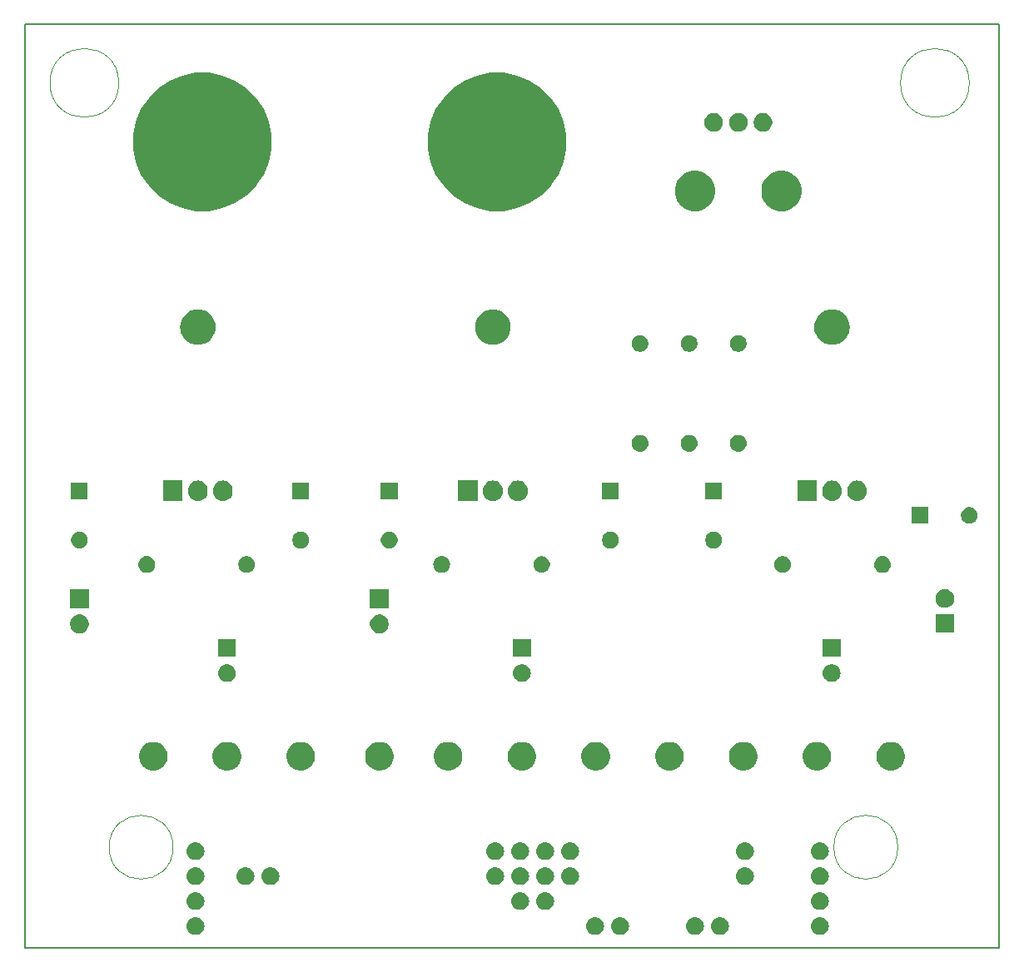
<source format=gbr>
%TF.GenerationSoftware,KiCad,Pcbnew,(5.0.2)-1*%
%TF.CreationDate,2020-07-27T22:04:26-06:00*%
%TF.ProjectId,power_interface,706f7765-725f-4696-9e74-657266616365,rev?*%
%TF.SameCoordinates,Original*%
%TF.FileFunction,Soldermask,Top*%
%TF.FilePolarity,Negative*%
%FSLAX46Y46*%
G04 Gerber Fmt 4.6, Leading zero omitted, Abs format (unit mm)*
G04 Created by KiCad (PCBNEW (5.0.2)-1) date 7/27/2020 10:04:26 PM*
%MOMM*%
%LPD*%
G01*
G04 APERTURE LIST*
%ADD10C,0.020000*%
%ADD11C,0.200000*%
%ADD12C,0.100000*%
G04 APERTURE END LIST*
D10*
X193000028Y-59000000D02*
G75*
G03X193000028Y-59000000I-3500014J0D01*
G01*
X106500014Y-59000000D02*
G75*
G03X106500014Y-59000000I-3500014J0D01*
G01*
D11*
X196000000Y-53000000D02*
X196000000Y-147000000D01*
X97000000Y-53000000D02*
X196000000Y-53000000D01*
X97000000Y-147000000D02*
X97000000Y-53000000D01*
X196000000Y-147000000D02*
X97000000Y-147000000D01*
D10*
X112020000Y-136760000D02*
G75*
G03X112020000Y-136760000I-3250000J0D01*
G01*
X185720000Y-136760000D02*
G75*
G03X185720000Y-136760000I-3250000J0D01*
G01*
D12*
G36*
X177910443Y-143885519D02*
X177976627Y-143892037D01*
X178089853Y-143926384D01*
X178146467Y-143943557D01*
X178285087Y-144017652D01*
X178302991Y-144027222D01*
X178338729Y-144056552D01*
X178440186Y-144139814D01*
X178523448Y-144241271D01*
X178552778Y-144277009D01*
X178552779Y-144277011D01*
X178636443Y-144433533D01*
X178636443Y-144433534D01*
X178687963Y-144603373D01*
X178705359Y-144780000D01*
X178687963Y-144956627D01*
X178653616Y-145069853D01*
X178636443Y-145126467D01*
X178562348Y-145265087D01*
X178552778Y-145282991D01*
X178523448Y-145318729D01*
X178440186Y-145420186D01*
X178338729Y-145503448D01*
X178302991Y-145532778D01*
X178302989Y-145532779D01*
X178146467Y-145616443D01*
X178089853Y-145633616D01*
X177976627Y-145667963D01*
X177910443Y-145674481D01*
X177844260Y-145681000D01*
X177755740Y-145681000D01*
X177689557Y-145674481D01*
X177623373Y-145667963D01*
X177510147Y-145633616D01*
X177453533Y-145616443D01*
X177297011Y-145532779D01*
X177297009Y-145532778D01*
X177261271Y-145503448D01*
X177159814Y-145420186D01*
X177076552Y-145318729D01*
X177047222Y-145282991D01*
X177037652Y-145265087D01*
X176963557Y-145126467D01*
X176946384Y-145069853D01*
X176912037Y-144956627D01*
X176894641Y-144780000D01*
X176912037Y-144603373D01*
X176963557Y-144433534D01*
X176963557Y-144433533D01*
X177047221Y-144277011D01*
X177047222Y-144277009D01*
X177076552Y-144241271D01*
X177159814Y-144139814D01*
X177261271Y-144056552D01*
X177297009Y-144027222D01*
X177314913Y-144017652D01*
X177453533Y-143943557D01*
X177510147Y-143926384D01*
X177623373Y-143892037D01*
X177689557Y-143885519D01*
X177755740Y-143879000D01*
X177844260Y-143879000D01*
X177910443Y-143885519D01*
X177910443Y-143885519D01*
G37*
G36*
X167750443Y-143885519D02*
X167816627Y-143892037D01*
X167929853Y-143926384D01*
X167986467Y-143943557D01*
X168125087Y-144017652D01*
X168142991Y-144027222D01*
X168178729Y-144056552D01*
X168280186Y-144139814D01*
X168363448Y-144241271D01*
X168392778Y-144277009D01*
X168392779Y-144277011D01*
X168476443Y-144433533D01*
X168476443Y-144433534D01*
X168527963Y-144603373D01*
X168545359Y-144780000D01*
X168527963Y-144956627D01*
X168493616Y-145069853D01*
X168476443Y-145126467D01*
X168402348Y-145265087D01*
X168392778Y-145282991D01*
X168363448Y-145318729D01*
X168280186Y-145420186D01*
X168178729Y-145503448D01*
X168142991Y-145532778D01*
X168142989Y-145532779D01*
X167986467Y-145616443D01*
X167929853Y-145633616D01*
X167816627Y-145667963D01*
X167750443Y-145674481D01*
X167684260Y-145681000D01*
X167595740Y-145681000D01*
X167529557Y-145674481D01*
X167463373Y-145667963D01*
X167350147Y-145633616D01*
X167293533Y-145616443D01*
X167137011Y-145532779D01*
X167137009Y-145532778D01*
X167101271Y-145503448D01*
X166999814Y-145420186D01*
X166916552Y-145318729D01*
X166887222Y-145282991D01*
X166877652Y-145265087D01*
X166803557Y-145126467D01*
X166786384Y-145069853D01*
X166752037Y-144956627D01*
X166734641Y-144780000D01*
X166752037Y-144603373D01*
X166803557Y-144433534D01*
X166803557Y-144433533D01*
X166887221Y-144277011D01*
X166887222Y-144277009D01*
X166916552Y-144241271D01*
X166999814Y-144139814D01*
X167101271Y-144056552D01*
X167137009Y-144027222D01*
X167154913Y-144017652D01*
X167293533Y-143943557D01*
X167350147Y-143926384D01*
X167463373Y-143892037D01*
X167529557Y-143885519D01*
X167595740Y-143879000D01*
X167684260Y-143879000D01*
X167750443Y-143885519D01*
X167750443Y-143885519D01*
G37*
G36*
X114410443Y-143885519D02*
X114476627Y-143892037D01*
X114589853Y-143926384D01*
X114646467Y-143943557D01*
X114785087Y-144017652D01*
X114802991Y-144027222D01*
X114838729Y-144056552D01*
X114940186Y-144139814D01*
X115023448Y-144241271D01*
X115052778Y-144277009D01*
X115052779Y-144277011D01*
X115136443Y-144433533D01*
X115136443Y-144433534D01*
X115187963Y-144603373D01*
X115205359Y-144780000D01*
X115187963Y-144956627D01*
X115153616Y-145069853D01*
X115136443Y-145126467D01*
X115062348Y-145265087D01*
X115052778Y-145282991D01*
X115023448Y-145318729D01*
X114940186Y-145420186D01*
X114838729Y-145503448D01*
X114802991Y-145532778D01*
X114802989Y-145532779D01*
X114646467Y-145616443D01*
X114589853Y-145633616D01*
X114476627Y-145667963D01*
X114410443Y-145674481D01*
X114344260Y-145681000D01*
X114255740Y-145681000D01*
X114189557Y-145674481D01*
X114123373Y-145667963D01*
X114010147Y-145633616D01*
X113953533Y-145616443D01*
X113797011Y-145532779D01*
X113797009Y-145532778D01*
X113761271Y-145503448D01*
X113659814Y-145420186D01*
X113576552Y-145318729D01*
X113547222Y-145282991D01*
X113537652Y-145265087D01*
X113463557Y-145126467D01*
X113446384Y-145069853D01*
X113412037Y-144956627D01*
X113394641Y-144780000D01*
X113412037Y-144603373D01*
X113463557Y-144433534D01*
X113463557Y-144433533D01*
X113547221Y-144277011D01*
X113547222Y-144277009D01*
X113576552Y-144241271D01*
X113659814Y-144139814D01*
X113761271Y-144056552D01*
X113797009Y-144027222D01*
X113814913Y-144017652D01*
X113953533Y-143943557D01*
X114010147Y-143926384D01*
X114123373Y-143892037D01*
X114189557Y-143885519D01*
X114255740Y-143879000D01*
X114344260Y-143879000D01*
X114410443Y-143885519D01*
X114410443Y-143885519D01*
G37*
G36*
X155050443Y-143885519D02*
X155116627Y-143892037D01*
X155229853Y-143926384D01*
X155286467Y-143943557D01*
X155425087Y-144017652D01*
X155442991Y-144027222D01*
X155478729Y-144056552D01*
X155580186Y-144139814D01*
X155663448Y-144241271D01*
X155692778Y-144277009D01*
X155692779Y-144277011D01*
X155776443Y-144433533D01*
X155776443Y-144433534D01*
X155827963Y-144603373D01*
X155845359Y-144780000D01*
X155827963Y-144956627D01*
X155793616Y-145069853D01*
X155776443Y-145126467D01*
X155702348Y-145265087D01*
X155692778Y-145282991D01*
X155663448Y-145318729D01*
X155580186Y-145420186D01*
X155478729Y-145503448D01*
X155442991Y-145532778D01*
X155442989Y-145532779D01*
X155286467Y-145616443D01*
X155229853Y-145633616D01*
X155116627Y-145667963D01*
X155050443Y-145674481D01*
X154984260Y-145681000D01*
X154895740Y-145681000D01*
X154829557Y-145674481D01*
X154763373Y-145667963D01*
X154650147Y-145633616D01*
X154593533Y-145616443D01*
X154437011Y-145532779D01*
X154437009Y-145532778D01*
X154401271Y-145503448D01*
X154299814Y-145420186D01*
X154216552Y-145318729D01*
X154187222Y-145282991D01*
X154177652Y-145265087D01*
X154103557Y-145126467D01*
X154086384Y-145069853D01*
X154052037Y-144956627D01*
X154034641Y-144780000D01*
X154052037Y-144603373D01*
X154103557Y-144433534D01*
X154103557Y-144433533D01*
X154187221Y-144277011D01*
X154187222Y-144277009D01*
X154216552Y-144241271D01*
X154299814Y-144139814D01*
X154401271Y-144056552D01*
X154437009Y-144027222D01*
X154454913Y-144017652D01*
X154593533Y-143943557D01*
X154650147Y-143926384D01*
X154763373Y-143892037D01*
X154829557Y-143885519D01*
X154895740Y-143879000D01*
X154984260Y-143879000D01*
X155050443Y-143885519D01*
X155050443Y-143885519D01*
G37*
G36*
X165210443Y-143885519D02*
X165276627Y-143892037D01*
X165389853Y-143926384D01*
X165446467Y-143943557D01*
X165585087Y-144017652D01*
X165602991Y-144027222D01*
X165638729Y-144056552D01*
X165740186Y-144139814D01*
X165823448Y-144241271D01*
X165852778Y-144277009D01*
X165852779Y-144277011D01*
X165936443Y-144433533D01*
X165936443Y-144433534D01*
X165987963Y-144603373D01*
X166005359Y-144780000D01*
X165987963Y-144956627D01*
X165953616Y-145069853D01*
X165936443Y-145126467D01*
X165862348Y-145265087D01*
X165852778Y-145282991D01*
X165823448Y-145318729D01*
X165740186Y-145420186D01*
X165638729Y-145503448D01*
X165602991Y-145532778D01*
X165602989Y-145532779D01*
X165446467Y-145616443D01*
X165389853Y-145633616D01*
X165276627Y-145667963D01*
X165210443Y-145674481D01*
X165144260Y-145681000D01*
X165055740Y-145681000D01*
X164989557Y-145674481D01*
X164923373Y-145667963D01*
X164810147Y-145633616D01*
X164753533Y-145616443D01*
X164597011Y-145532779D01*
X164597009Y-145532778D01*
X164561271Y-145503448D01*
X164459814Y-145420186D01*
X164376552Y-145318729D01*
X164347222Y-145282991D01*
X164337652Y-145265087D01*
X164263557Y-145126467D01*
X164246384Y-145069853D01*
X164212037Y-144956627D01*
X164194641Y-144780000D01*
X164212037Y-144603373D01*
X164263557Y-144433534D01*
X164263557Y-144433533D01*
X164347221Y-144277011D01*
X164347222Y-144277009D01*
X164376552Y-144241271D01*
X164459814Y-144139814D01*
X164561271Y-144056552D01*
X164597009Y-144027222D01*
X164614913Y-144017652D01*
X164753533Y-143943557D01*
X164810147Y-143926384D01*
X164923373Y-143892037D01*
X164989557Y-143885519D01*
X165055740Y-143879000D01*
X165144260Y-143879000D01*
X165210443Y-143885519D01*
X165210443Y-143885519D01*
G37*
G36*
X157590443Y-143885519D02*
X157656627Y-143892037D01*
X157769853Y-143926384D01*
X157826467Y-143943557D01*
X157965087Y-144017652D01*
X157982991Y-144027222D01*
X158018729Y-144056552D01*
X158120186Y-144139814D01*
X158203448Y-144241271D01*
X158232778Y-144277009D01*
X158232779Y-144277011D01*
X158316443Y-144433533D01*
X158316443Y-144433534D01*
X158367963Y-144603373D01*
X158385359Y-144780000D01*
X158367963Y-144956627D01*
X158333616Y-145069853D01*
X158316443Y-145126467D01*
X158242348Y-145265087D01*
X158232778Y-145282991D01*
X158203448Y-145318729D01*
X158120186Y-145420186D01*
X158018729Y-145503448D01*
X157982991Y-145532778D01*
X157982989Y-145532779D01*
X157826467Y-145616443D01*
X157769853Y-145633616D01*
X157656627Y-145667963D01*
X157590443Y-145674481D01*
X157524260Y-145681000D01*
X157435740Y-145681000D01*
X157369557Y-145674481D01*
X157303373Y-145667963D01*
X157190147Y-145633616D01*
X157133533Y-145616443D01*
X156977011Y-145532779D01*
X156977009Y-145532778D01*
X156941271Y-145503448D01*
X156839814Y-145420186D01*
X156756552Y-145318729D01*
X156727222Y-145282991D01*
X156717652Y-145265087D01*
X156643557Y-145126467D01*
X156626384Y-145069853D01*
X156592037Y-144956627D01*
X156574641Y-144780000D01*
X156592037Y-144603373D01*
X156643557Y-144433534D01*
X156643557Y-144433533D01*
X156727221Y-144277011D01*
X156727222Y-144277009D01*
X156756552Y-144241271D01*
X156839814Y-144139814D01*
X156941271Y-144056552D01*
X156977009Y-144027222D01*
X156994913Y-144017652D01*
X157133533Y-143943557D01*
X157190147Y-143926384D01*
X157303373Y-143892037D01*
X157369557Y-143885519D01*
X157435740Y-143879000D01*
X157524260Y-143879000D01*
X157590443Y-143885519D01*
X157590443Y-143885519D01*
G37*
G36*
X114410442Y-141345518D02*
X114476627Y-141352037D01*
X114589853Y-141386384D01*
X114646467Y-141403557D01*
X114785087Y-141477652D01*
X114802991Y-141487222D01*
X114838729Y-141516552D01*
X114940186Y-141599814D01*
X115023448Y-141701271D01*
X115052778Y-141737009D01*
X115052779Y-141737011D01*
X115136443Y-141893533D01*
X115136443Y-141893534D01*
X115187963Y-142063373D01*
X115205359Y-142240000D01*
X115187963Y-142416627D01*
X115153616Y-142529853D01*
X115136443Y-142586467D01*
X115062348Y-142725087D01*
X115052778Y-142742991D01*
X115023448Y-142778729D01*
X114940186Y-142880186D01*
X114838729Y-142963448D01*
X114802991Y-142992778D01*
X114802989Y-142992779D01*
X114646467Y-143076443D01*
X114589853Y-143093616D01*
X114476627Y-143127963D01*
X114410443Y-143134481D01*
X114344260Y-143141000D01*
X114255740Y-143141000D01*
X114189557Y-143134481D01*
X114123373Y-143127963D01*
X114010147Y-143093616D01*
X113953533Y-143076443D01*
X113797011Y-142992779D01*
X113797009Y-142992778D01*
X113761271Y-142963448D01*
X113659814Y-142880186D01*
X113576552Y-142778729D01*
X113547222Y-142742991D01*
X113537652Y-142725087D01*
X113463557Y-142586467D01*
X113446384Y-142529853D01*
X113412037Y-142416627D01*
X113394641Y-142240000D01*
X113412037Y-142063373D01*
X113463557Y-141893534D01*
X113463557Y-141893533D01*
X113547221Y-141737011D01*
X113547222Y-141737009D01*
X113576552Y-141701271D01*
X113659814Y-141599814D01*
X113761271Y-141516552D01*
X113797009Y-141487222D01*
X113814913Y-141477652D01*
X113953533Y-141403557D01*
X114010147Y-141386384D01*
X114123373Y-141352037D01*
X114189558Y-141345518D01*
X114255740Y-141339000D01*
X114344260Y-141339000D01*
X114410442Y-141345518D01*
X114410442Y-141345518D01*
G37*
G36*
X147430442Y-141345518D02*
X147496627Y-141352037D01*
X147609853Y-141386384D01*
X147666467Y-141403557D01*
X147805087Y-141477652D01*
X147822991Y-141487222D01*
X147858729Y-141516552D01*
X147960186Y-141599814D01*
X148043448Y-141701271D01*
X148072778Y-141737009D01*
X148072779Y-141737011D01*
X148156443Y-141893533D01*
X148156443Y-141893534D01*
X148207963Y-142063373D01*
X148225359Y-142240000D01*
X148207963Y-142416627D01*
X148173616Y-142529853D01*
X148156443Y-142586467D01*
X148082348Y-142725087D01*
X148072778Y-142742991D01*
X148043448Y-142778729D01*
X147960186Y-142880186D01*
X147858729Y-142963448D01*
X147822991Y-142992778D01*
X147822989Y-142992779D01*
X147666467Y-143076443D01*
X147609853Y-143093616D01*
X147496627Y-143127963D01*
X147430443Y-143134481D01*
X147364260Y-143141000D01*
X147275740Y-143141000D01*
X147209557Y-143134481D01*
X147143373Y-143127963D01*
X147030147Y-143093616D01*
X146973533Y-143076443D01*
X146817011Y-142992779D01*
X146817009Y-142992778D01*
X146781271Y-142963448D01*
X146679814Y-142880186D01*
X146596552Y-142778729D01*
X146567222Y-142742991D01*
X146557652Y-142725087D01*
X146483557Y-142586467D01*
X146466384Y-142529853D01*
X146432037Y-142416627D01*
X146414641Y-142240000D01*
X146432037Y-142063373D01*
X146483557Y-141893534D01*
X146483557Y-141893533D01*
X146567221Y-141737011D01*
X146567222Y-141737009D01*
X146596552Y-141701271D01*
X146679814Y-141599814D01*
X146781271Y-141516552D01*
X146817009Y-141487222D01*
X146834913Y-141477652D01*
X146973533Y-141403557D01*
X147030147Y-141386384D01*
X147143373Y-141352037D01*
X147209558Y-141345518D01*
X147275740Y-141339000D01*
X147364260Y-141339000D01*
X147430442Y-141345518D01*
X147430442Y-141345518D01*
G37*
G36*
X149970442Y-141345518D02*
X150036627Y-141352037D01*
X150149853Y-141386384D01*
X150206467Y-141403557D01*
X150345087Y-141477652D01*
X150362991Y-141487222D01*
X150398729Y-141516552D01*
X150500186Y-141599814D01*
X150583448Y-141701271D01*
X150612778Y-141737009D01*
X150612779Y-141737011D01*
X150696443Y-141893533D01*
X150696443Y-141893534D01*
X150747963Y-142063373D01*
X150765359Y-142240000D01*
X150747963Y-142416627D01*
X150713616Y-142529853D01*
X150696443Y-142586467D01*
X150622348Y-142725087D01*
X150612778Y-142742991D01*
X150583448Y-142778729D01*
X150500186Y-142880186D01*
X150398729Y-142963448D01*
X150362991Y-142992778D01*
X150362989Y-142992779D01*
X150206467Y-143076443D01*
X150149853Y-143093616D01*
X150036627Y-143127963D01*
X149970443Y-143134481D01*
X149904260Y-143141000D01*
X149815740Y-143141000D01*
X149749557Y-143134481D01*
X149683373Y-143127963D01*
X149570147Y-143093616D01*
X149513533Y-143076443D01*
X149357011Y-142992779D01*
X149357009Y-142992778D01*
X149321271Y-142963448D01*
X149219814Y-142880186D01*
X149136552Y-142778729D01*
X149107222Y-142742991D01*
X149097652Y-142725087D01*
X149023557Y-142586467D01*
X149006384Y-142529853D01*
X148972037Y-142416627D01*
X148954641Y-142240000D01*
X148972037Y-142063373D01*
X149023557Y-141893534D01*
X149023557Y-141893533D01*
X149107221Y-141737011D01*
X149107222Y-141737009D01*
X149136552Y-141701271D01*
X149219814Y-141599814D01*
X149321271Y-141516552D01*
X149357009Y-141487222D01*
X149374913Y-141477652D01*
X149513533Y-141403557D01*
X149570147Y-141386384D01*
X149683373Y-141352037D01*
X149749558Y-141345518D01*
X149815740Y-141339000D01*
X149904260Y-141339000D01*
X149970442Y-141345518D01*
X149970442Y-141345518D01*
G37*
G36*
X177910442Y-141345518D02*
X177976627Y-141352037D01*
X178089853Y-141386384D01*
X178146467Y-141403557D01*
X178285087Y-141477652D01*
X178302991Y-141487222D01*
X178338729Y-141516552D01*
X178440186Y-141599814D01*
X178523448Y-141701271D01*
X178552778Y-141737009D01*
X178552779Y-141737011D01*
X178636443Y-141893533D01*
X178636443Y-141893534D01*
X178687963Y-142063373D01*
X178705359Y-142240000D01*
X178687963Y-142416627D01*
X178653616Y-142529853D01*
X178636443Y-142586467D01*
X178562348Y-142725087D01*
X178552778Y-142742991D01*
X178523448Y-142778729D01*
X178440186Y-142880186D01*
X178338729Y-142963448D01*
X178302991Y-142992778D01*
X178302989Y-142992779D01*
X178146467Y-143076443D01*
X178089853Y-143093616D01*
X177976627Y-143127963D01*
X177910443Y-143134481D01*
X177844260Y-143141000D01*
X177755740Y-143141000D01*
X177689557Y-143134481D01*
X177623373Y-143127963D01*
X177510147Y-143093616D01*
X177453533Y-143076443D01*
X177297011Y-142992779D01*
X177297009Y-142992778D01*
X177261271Y-142963448D01*
X177159814Y-142880186D01*
X177076552Y-142778729D01*
X177047222Y-142742991D01*
X177037652Y-142725087D01*
X176963557Y-142586467D01*
X176946384Y-142529853D01*
X176912037Y-142416627D01*
X176894641Y-142240000D01*
X176912037Y-142063373D01*
X176963557Y-141893534D01*
X176963557Y-141893533D01*
X177047221Y-141737011D01*
X177047222Y-141737009D01*
X177076552Y-141701271D01*
X177159814Y-141599814D01*
X177261271Y-141516552D01*
X177297009Y-141487222D01*
X177314913Y-141477652D01*
X177453533Y-141403557D01*
X177510147Y-141386384D01*
X177623373Y-141352037D01*
X177689558Y-141345518D01*
X177755740Y-141339000D01*
X177844260Y-141339000D01*
X177910442Y-141345518D01*
X177910442Y-141345518D01*
G37*
G36*
X144890442Y-138805518D02*
X144956627Y-138812037D01*
X145069853Y-138846384D01*
X145126467Y-138863557D01*
X145265087Y-138937652D01*
X145282991Y-138947222D01*
X145318729Y-138976552D01*
X145420186Y-139059814D01*
X145503448Y-139161271D01*
X145532778Y-139197009D01*
X145532779Y-139197011D01*
X145616443Y-139353533D01*
X145616443Y-139353534D01*
X145667963Y-139523373D01*
X145685359Y-139700000D01*
X145667963Y-139876627D01*
X145633616Y-139989853D01*
X145616443Y-140046467D01*
X145542348Y-140185087D01*
X145532778Y-140202991D01*
X145503448Y-140238729D01*
X145420186Y-140340186D01*
X145318729Y-140423448D01*
X145282991Y-140452778D01*
X145282989Y-140452779D01*
X145126467Y-140536443D01*
X145069853Y-140553616D01*
X144956627Y-140587963D01*
X144890442Y-140594482D01*
X144824260Y-140601000D01*
X144735740Y-140601000D01*
X144669558Y-140594482D01*
X144603373Y-140587963D01*
X144490147Y-140553616D01*
X144433533Y-140536443D01*
X144277011Y-140452779D01*
X144277009Y-140452778D01*
X144241271Y-140423448D01*
X144139814Y-140340186D01*
X144056552Y-140238729D01*
X144027222Y-140202991D01*
X144017652Y-140185087D01*
X143943557Y-140046467D01*
X143926384Y-139989853D01*
X143892037Y-139876627D01*
X143874641Y-139700000D01*
X143892037Y-139523373D01*
X143943557Y-139353534D01*
X143943557Y-139353533D01*
X144027221Y-139197011D01*
X144027222Y-139197009D01*
X144056552Y-139161271D01*
X144139814Y-139059814D01*
X144241271Y-138976552D01*
X144277009Y-138947222D01*
X144294913Y-138937652D01*
X144433533Y-138863557D01*
X144490147Y-138846384D01*
X144603373Y-138812037D01*
X144669558Y-138805518D01*
X144735740Y-138799000D01*
X144824260Y-138799000D01*
X144890442Y-138805518D01*
X144890442Y-138805518D01*
G37*
G36*
X170290442Y-138805518D02*
X170356627Y-138812037D01*
X170469853Y-138846384D01*
X170526467Y-138863557D01*
X170665087Y-138937652D01*
X170682991Y-138947222D01*
X170718729Y-138976552D01*
X170820186Y-139059814D01*
X170903448Y-139161271D01*
X170932778Y-139197009D01*
X170932779Y-139197011D01*
X171016443Y-139353533D01*
X171016443Y-139353534D01*
X171067963Y-139523373D01*
X171085359Y-139700000D01*
X171067963Y-139876627D01*
X171033616Y-139989853D01*
X171016443Y-140046467D01*
X170942348Y-140185087D01*
X170932778Y-140202991D01*
X170903448Y-140238729D01*
X170820186Y-140340186D01*
X170718729Y-140423448D01*
X170682991Y-140452778D01*
X170682989Y-140452779D01*
X170526467Y-140536443D01*
X170469853Y-140553616D01*
X170356627Y-140587963D01*
X170290442Y-140594482D01*
X170224260Y-140601000D01*
X170135740Y-140601000D01*
X170069558Y-140594482D01*
X170003373Y-140587963D01*
X169890147Y-140553616D01*
X169833533Y-140536443D01*
X169677011Y-140452779D01*
X169677009Y-140452778D01*
X169641271Y-140423448D01*
X169539814Y-140340186D01*
X169456552Y-140238729D01*
X169427222Y-140202991D01*
X169417652Y-140185087D01*
X169343557Y-140046467D01*
X169326384Y-139989853D01*
X169292037Y-139876627D01*
X169274641Y-139700000D01*
X169292037Y-139523373D01*
X169343557Y-139353534D01*
X169343557Y-139353533D01*
X169427221Y-139197011D01*
X169427222Y-139197009D01*
X169456552Y-139161271D01*
X169539814Y-139059814D01*
X169641271Y-138976552D01*
X169677009Y-138947222D01*
X169694913Y-138937652D01*
X169833533Y-138863557D01*
X169890147Y-138846384D01*
X170003373Y-138812037D01*
X170069558Y-138805518D01*
X170135740Y-138799000D01*
X170224260Y-138799000D01*
X170290442Y-138805518D01*
X170290442Y-138805518D01*
G37*
G36*
X177910442Y-138805518D02*
X177976627Y-138812037D01*
X178089853Y-138846384D01*
X178146467Y-138863557D01*
X178285087Y-138937652D01*
X178302991Y-138947222D01*
X178338729Y-138976552D01*
X178440186Y-139059814D01*
X178523448Y-139161271D01*
X178552778Y-139197009D01*
X178552779Y-139197011D01*
X178636443Y-139353533D01*
X178636443Y-139353534D01*
X178687963Y-139523373D01*
X178705359Y-139700000D01*
X178687963Y-139876627D01*
X178653616Y-139989853D01*
X178636443Y-140046467D01*
X178562348Y-140185087D01*
X178552778Y-140202991D01*
X178523448Y-140238729D01*
X178440186Y-140340186D01*
X178338729Y-140423448D01*
X178302991Y-140452778D01*
X178302989Y-140452779D01*
X178146467Y-140536443D01*
X178089853Y-140553616D01*
X177976627Y-140587963D01*
X177910442Y-140594482D01*
X177844260Y-140601000D01*
X177755740Y-140601000D01*
X177689558Y-140594482D01*
X177623373Y-140587963D01*
X177510147Y-140553616D01*
X177453533Y-140536443D01*
X177297011Y-140452779D01*
X177297009Y-140452778D01*
X177261271Y-140423448D01*
X177159814Y-140340186D01*
X177076552Y-140238729D01*
X177047222Y-140202991D01*
X177037652Y-140185087D01*
X176963557Y-140046467D01*
X176946384Y-139989853D01*
X176912037Y-139876627D01*
X176894641Y-139700000D01*
X176912037Y-139523373D01*
X176963557Y-139353534D01*
X176963557Y-139353533D01*
X177047221Y-139197011D01*
X177047222Y-139197009D01*
X177076552Y-139161271D01*
X177159814Y-139059814D01*
X177261271Y-138976552D01*
X177297009Y-138947222D01*
X177314913Y-138937652D01*
X177453533Y-138863557D01*
X177510147Y-138846384D01*
X177623373Y-138812037D01*
X177689558Y-138805518D01*
X177755740Y-138799000D01*
X177844260Y-138799000D01*
X177910442Y-138805518D01*
X177910442Y-138805518D01*
G37*
G36*
X152510442Y-138805518D02*
X152576627Y-138812037D01*
X152689853Y-138846384D01*
X152746467Y-138863557D01*
X152885087Y-138937652D01*
X152902991Y-138947222D01*
X152938729Y-138976552D01*
X153040186Y-139059814D01*
X153123448Y-139161271D01*
X153152778Y-139197009D01*
X153152779Y-139197011D01*
X153236443Y-139353533D01*
X153236443Y-139353534D01*
X153287963Y-139523373D01*
X153305359Y-139700000D01*
X153287963Y-139876627D01*
X153253616Y-139989853D01*
X153236443Y-140046467D01*
X153162348Y-140185087D01*
X153152778Y-140202991D01*
X153123448Y-140238729D01*
X153040186Y-140340186D01*
X152938729Y-140423448D01*
X152902991Y-140452778D01*
X152902989Y-140452779D01*
X152746467Y-140536443D01*
X152689853Y-140553616D01*
X152576627Y-140587963D01*
X152510442Y-140594482D01*
X152444260Y-140601000D01*
X152355740Y-140601000D01*
X152289558Y-140594482D01*
X152223373Y-140587963D01*
X152110147Y-140553616D01*
X152053533Y-140536443D01*
X151897011Y-140452779D01*
X151897009Y-140452778D01*
X151861271Y-140423448D01*
X151759814Y-140340186D01*
X151676552Y-140238729D01*
X151647222Y-140202991D01*
X151637652Y-140185087D01*
X151563557Y-140046467D01*
X151546384Y-139989853D01*
X151512037Y-139876627D01*
X151494641Y-139700000D01*
X151512037Y-139523373D01*
X151563557Y-139353534D01*
X151563557Y-139353533D01*
X151647221Y-139197011D01*
X151647222Y-139197009D01*
X151676552Y-139161271D01*
X151759814Y-139059814D01*
X151861271Y-138976552D01*
X151897009Y-138947222D01*
X151914913Y-138937652D01*
X152053533Y-138863557D01*
X152110147Y-138846384D01*
X152223373Y-138812037D01*
X152289558Y-138805518D01*
X152355740Y-138799000D01*
X152444260Y-138799000D01*
X152510442Y-138805518D01*
X152510442Y-138805518D01*
G37*
G36*
X114410442Y-138805518D02*
X114476627Y-138812037D01*
X114589853Y-138846384D01*
X114646467Y-138863557D01*
X114785087Y-138937652D01*
X114802991Y-138947222D01*
X114838729Y-138976552D01*
X114940186Y-139059814D01*
X115023448Y-139161271D01*
X115052778Y-139197009D01*
X115052779Y-139197011D01*
X115136443Y-139353533D01*
X115136443Y-139353534D01*
X115187963Y-139523373D01*
X115205359Y-139700000D01*
X115187963Y-139876627D01*
X115153616Y-139989853D01*
X115136443Y-140046467D01*
X115062348Y-140185087D01*
X115052778Y-140202991D01*
X115023448Y-140238729D01*
X114940186Y-140340186D01*
X114838729Y-140423448D01*
X114802991Y-140452778D01*
X114802989Y-140452779D01*
X114646467Y-140536443D01*
X114589853Y-140553616D01*
X114476627Y-140587963D01*
X114410442Y-140594482D01*
X114344260Y-140601000D01*
X114255740Y-140601000D01*
X114189558Y-140594482D01*
X114123373Y-140587963D01*
X114010147Y-140553616D01*
X113953533Y-140536443D01*
X113797011Y-140452779D01*
X113797009Y-140452778D01*
X113761271Y-140423448D01*
X113659814Y-140340186D01*
X113576552Y-140238729D01*
X113547222Y-140202991D01*
X113537652Y-140185087D01*
X113463557Y-140046467D01*
X113446384Y-139989853D01*
X113412037Y-139876627D01*
X113394641Y-139700000D01*
X113412037Y-139523373D01*
X113463557Y-139353534D01*
X113463557Y-139353533D01*
X113547221Y-139197011D01*
X113547222Y-139197009D01*
X113576552Y-139161271D01*
X113659814Y-139059814D01*
X113761271Y-138976552D01*
X113797009Y-138947222D01*
X113814913Y-138937652D01*
X113953533Y-138863557D01*
X114010147Y-138846384D01*
X114123373Y-138812037D01*
X114189558Y-138805518D01*
X114255740Y-138799000D01*
X114344260Y-138799000D01*
X114410442Y-138805518D01*
X114410442Y-138805518D01*
G37*
G36*
X122030442Y-138805518D02*
X122096627Y-138812037D01*
X122209853Y-138846384D01*
X122266467Y-138863557D01*
X122405087Y-138937652D01*
X122422991Y-138947222D01*
X122458729Y-138976552D01*
X122560186Y-139059814D01*
X122643448Y-139161271D01*
X122672778Y-139197009D01*
X122672779Y-139197011D01*
X122756443Y-139353533D01*
X122756443Y-139353534D01*
X122807963Y-139523373D01*
X122825359Y-139700000D01*
X122807963Y-139876627D01*
X122773616Y-139989853D01*
X122756443Y-140046467D01*
X122682348Y-140185087D01*
X122672778Y-140202991D01*
X122643448Y-140238729D01*
X122560186Y-140340186D01*
X122458729Y-140423448D01*
X122422991Y-140452778D01*
X122422989Y-140452779D01*
X122266467Y-140536443D01*
X122209853Y-140553616D01*
X122096627Y-140587963D01*
X122030442Y-140594482D01*
X121964260Y-140601000D01*
X121875740Y-140601000D01*
X121809558Y-140594482D01*
X121743373Y-140587963D01*
X121630147Y-140553616D01*
X121573533Y-140536443D01*
X121417011Y-140452779D01*
X121417009Y-140452778D01*
X121381271Y-140423448D01*
X121279814Y-140340186D01*
X121196552Y-140238729D01*
X121167222Y-140202991D01*
X121157652Y-140185087D01*
X121083557Y-140046467D01*
X121066384Y-139989853D01*
X121032037Y-139876627D01*
X121014641Y-139700000D01*
X121032037Y-139523373D01*
X121083557Y-139353534D01*
X121083557Y-139353533D01*
X121167221Y-139197011D01*
X121167222Y-139197009D01*
X121196552Y-139161271D01*
X121279814Y-139059814D01*
X121381271Y-138976552D01*
X121417009Y-138947222D01*
X121434913Y-138937652D01*
X121573533Y-138863557D01*
X121630147Y-138846384D01*
X121743373Y-138812037D01*
X121809558Y-138805518D01*
X121875740Y-138799000D01*
X121964260Y-138799000D01*
X122030442Y-138805518D01*
X122030442Y-138805518D01*
G37*
G36*
X147430442Y-138805518D02*
X147496627Y-138812037D01*
X147609853Y-138846384D01*
X147666467Y-138863557D01*
X147805087Y-138937652D01*
X147822991Y-138947222D01*
X147858729Y-138976552D01*
X147960186Y-139059814D01*
X148043448Y-139161271D01*
X148072778Y-139197009D01*
X148072779Y-139197011D01*
X148156443Y-139353533D01*
X148156443Y-139353534D01*
X148207963Y-139523373D01*
X148225359Y-139700000D01*
X148207963Y-139876627D01*
X148173616Y-139989853D01*
X148156443Y-140046467D01*
X148082348Y-140185087D01*
X148072778Y-140202991D01*
X148043448Y-140238729D01*
X147960186Y-140340186D01*
X147858729Y-140423448D01*
X147822991Y-140452778D01*
X147822989Y-140452779D01*
X147666467Y-140536443D01*
X147609853Y-140553616D01*
X147496627Y-140587963D01*
X147430442Y-140594482D01*
X147364260Y-140601000D01*
X147275740Y-140601000D01*
X147209558Y-140594482D01*
X147143373Y-140587963D01*
X147030147Y-140553616D01*
X146973533Y-140536443D01*
X146817011Y-140452779D01*
X146817009Y-140452778D01*
X146781271Y-140423448D01*
X146679814Y-140340186D01*
X146596552Y-140238729D01*
X146567222Y-140202991D01*
X146557652Y-140185087D01*
X146483557Y-140046467D01*
X146466384Y-139989853D01*
X146432037Y-139876627D01*
X146414641Y-139700000D01*
X146432037Y-139523373D01*
X146483557Y-139353534D01*
X146483557Y-139353533D01*
X146567221Y-139197011D01*
X146567222Y-139197009D01*
X146596552Y-139161271D01*
X146679814Y-139059814D01*
X146781271Y-138976552D01*
X146817009Y-138947222D01*
X146834913Y-138937652D01*
X146973533Y-138863557D01*
X147030147Y-138846384D01*
X147143373Y-138812037D01*
X147209558Y-138805518D01*
X147275740Y-138799000D01*
X147364260Y-138799000D01*
X147430442Y-138805518D01*
X147430442Y-138805518D01*
G37*
G36*
X119490442Y-138805518D02*
X119556627Y-138812037D01*
X119669853Y-138846384D01*
X119726467Y-138863557D01*
X119865087Y-138937652D01*
X119882991Y-138947222D01*
X119918729Y-138976552D01*
X120020186Y-139059814D01*
X120103448Y-139161271D01*
X120132778Y-139197009D01*
X120132779Y-139197011D01*
X120216443Y-139353533D01*
X120216443Y-139353534D01*
X120267963Y-139523373D01*
X120285359Y-139700000D01*
X120267963Y-139876627D01*
X120233616Y-139989853D01*
X120216443Y-140046467D01*
X120142348Y-140185087D01*
X120132778Y-140202991D01*
X120103448Y-140238729D01*
X120020186Y-140340186D01*
X119918729Y-140423448D01*
X119882991Y-140452778D01*
X119882989Y-140452779D01*
X119726467Y-140536443D01*
X119669853Y-140553616D01*
X119556627Y-140587963D01*
X119490442Y-140594482D01*
X119424260Y-140601000D01*
X119335740Y-140601000D01*
X119269558Y-140594482D01*
X119203373Y-140587963D01*
X119090147Y-140553616D01*
X119033533Y-140536443D01*
X118877011Y-140452779D01*
X118877009Y-140452778D01*
X118841271Y-140423448D01*
X118739814Y-140340186D01*
X118656552Y-140238729D01*
X118627222Y-140202991D01*
X118617652Y-140185087D01*
X118543557Y-140046467D01*
X118526384Y-139989853D01*
X118492037Y-139876627D01*
X118474641Y-139700000D01*
X118492037Y-139523373D01*
X118543557Y-139353534D01*
X118543557Y-139353533D01*
X118627221Y-139197011D01*
X118627222Y-139197009D01*
X118656552Y-139161271D01*
X118739814Y-139059814D01*
X118841271Y-138976552D01*
X118877009Y-138947222D01*
X118894913Y-138937652D01*
X119033533Y-138863557D01*
X119090147Y-138846384D01*
X119203373Y-138812037D01*
X119269558Y-138805518D01*
X119335740Y-138799000D01*
X119424260Y-138799000D01*
X119490442Y-138805518D01*
X119490442Y-138805518D01*
G37*
G36*
X149970442Y-138805518D02*
X150036627Y-138812037D01*
X150149853Y-138846384D01*
X150206467Y-138863557D01*
X150345087Y-138937652D01*
X150362991Y-138947222D01*
X150398729Y-138976552D01*
X150500186Y-139059814D01*
X150583448Y-139161271D01*
X150612778Y-139197009D01*
X150612779Y-139197011D01*
X150696443Y-139353533D01*
X150696443Y-139353534D01*
X150747963Y-139523373D01*
X150765359Y-139700000D01*
X150747963Y-139876627D01*
X150713616Y-139989853D01*
X150696443Y-140046467D01*
X150622348Y-140185087D01*
X150612778Y-140202991D01*
X150583448Y-140238729D01*
X150500186Y-140340186D01*
X150398729Y-140423448D01*
X150362991Y-140452778D01*
X150362989Y-140452779D01*
X150206467Y-140536443D01*
X150149853Y-140553616D01*
X150036627Y-140587963D01*
X149970442Y-140594482D01*
X149904260Y-140601000D01*
X149815740Y-140601000D01*
X149749558Y-140594482D01*
X149683373Y-140587963D01*
X149570147Y-140553616D01*
X149513533Y-140536443D01*
X149357011Y-140452779D01*
X149357009Y-140452778D01*
X149321271Y-140423448D01*
X149219814Y-140340186D01*
X149136552Y-140238729D01*
X149107222Y-140202991D01*
X149097652Y-140185087D01*
X149023557Y-140046467D01*
X149006384Y-139989853D01*
X148972037Y-139876627D01*
X148954641Y-139700000D01*
X148972037Y-139523373D01*
X149023557Y-139353534D01*
X149023557Y-139353533D01*
X149107221Y-139197011D01*
X149107222Y-139197009D01*
X149136552Y-139161271D01*
X149219814Y-139059814D01*
X149321271Y-138976552D01*
X149357009Y-138947222D01*
X149374913Y-138937652D01*
X149513533Y-138863557D01*
X149570147Y-138846384D01*
X149683373Y-138812037D01*
X149749558Y-138805518D01*
X149815740Y-138799000D01*
X149904260Y-138799000D01*
X149970442Y-138805518D01*
X149970442Y-138805518D01*
G37*
G36*
X114410443Y-136265519D02*
X114476627Y-136272037D01*
X114589853Y-136306384D01*
X114646467Y-136323557D01*
X114785087Y-136397652D01*
X114802991Y-136407222D01*
X114838729Y-136436552D01*
X114940186Y-136519814D01*
X115023448Y-136621271D01*
X115052778Y-136657009D01*
X115052779Y-136657011D01*
X115136443Y-136813533D01*
X115136443Y-136813534D01*
X115187963Y-136983373D01*
X115205359Y-137160000D01*
X115187963Y-137336627D01*
X115153616Y-137449853D01*
X115136443Y-137506467D01*
X115062348Y-137645087D01*
X115052778Y-137662991D01*
X115023448Y-137698729D01*
X114940186Y-137800186D01*
X114838729Y-137883448D01*
X114802991Y-137912778D01*
X114802989Y-137912779D01*
X114646467Y-137996443D01*
X114589853Y-138013616D01*
X114476627Y-138047963D01*
X114410442Y-138054482D01*
X114344260Y-138061000D01*
X114255740Y-138061000D01*
X114189558Y-138054482D01*
X114123373Y-138047963D01*
X114010147Y-138013616D01*
X113953533Y-137996443D01*
X113797011Y-137912779D01*
X113797009Y-137912778D01*
X113761271Y-137883448D01*
X113659814Y-137800186D01*
X113576552Y-137698729D01*
X113547222Y-137662991D01*
X113537652Y-137645087D01*
X113463557Y-137506467D01*
X113446384Y-137449853D01*
X113412037Y-137336627D01*
X113394641Y-137160000D01*
X113412037Y-136983373D01*
X113463557Y-136813534D01*
X113463557Y-136813533D01*
X113547221Y-136657011D01*
X113547222Y-136657009D01*
X113576552Y-136621271D01*
X113659814Y-136519814D01*
X113761271Y-136436552D01*
X113797009Y-136407222D01*
X113814913Y-136397652D01*
X113953533Y-136323557D01*
X114010147Y-136306384D01*
X114123373Y-136272037D01*
X114189557Y-136265519D01*
X114255740Y-136259000D01*
X114344260Y-136259000D01*
X114410443Y-136265519D01*
X114410443Y-136265519D01*
G37*
G36*
X177910443Y-136265519D02*
X177976627Y-136272037D01*
X178089853Y-136306384D01*
X178146467Y-136323557D01*
X178285087Y-136397652D01*
X178302991Y-136407222D01*
X178338729Y-136436552D01*
X178440186Y-136519814D01*
X178523448Y-136621271D01*
X178552778Y-136657009D01*
X178552779Y-136657011D01*
X178636443Y-136813533D01*
X178636443Y-136813534D01*
X178687963Y-136983373D01*
X178705359Y-137160000D01*
X178687963Y-137336627D01*
X178653616Y-137449853D01*
X178636443Y-137506467D01*
X178562348Y-137645087D01*
X178552778Y-137662991D01*
X178523448Y-137698729D01*
X178440186Y-137800186D01*
X178338729Y-137883448D01*
X178302991Y-137912778D01*
X178302989Y-137912779D01*
X178146467Y-137996443D01*
X178089853Y-138013616D01*
X177976627Y-138047963D01*
X177910442Y-138054482D01*
X177844260Y-138061000D01*
X177755740Y-138061000D01*
X177689558Y-138054482D01*
X177623373Y-138047963D01*
X177510147Y-138013616D01*
X177453533Y-137996443D01*
X177297011Y-137912779D01*
X177297009Y-137912778D01*
X177261271Y-137883448D01*
X177159814Y-137800186D01*
X177076552Y-137698729D01*
X177047222Y-137662991D01*
X177037652Y-137645087D01*
X176963557Y-137506467D01*
X176946384Y-137449853D01*
X176912037Y-137336627D01*
X176894641Y-137160000D01*
X176912037Y-136983373D01*
X176963557Y-136813534D01*
X176963557Y-136813533D01*
X177047221Y-136657011D01*
X177047222Y-136657009D01*
X177076552Y-136621271D01*
X177159814Y-136519814D01*
X177261271Y-136436552D01*
X177297009Y-136407222D01*
X177314913Y-136397652D01*
X177453533Y-136323557D01*
X177510147Y-136306384D01*
X177623373Y-136272037D01*
X177689557Y-136265519D01*
X177755740Y-136259000D01*
X177844260Y-136259000D01*
X177910443Y-136265519D01*
X177910443Y-136265519D01*
G37*
G36*
X170290443Y-136265519D02*
X170356627Y-136272037D01*
X170469853Y-136306384D01*
X170526467Y-136323557D01*
X170665087Y-136397652D01*
X170682991Y-136407222D01*
X170718729Y-136436552D01*
X170820186Y-136519814D01*
X170903448Y-136621271D01*
X170932778Y-136657009D01*
X170932779Y-136657011D01*
X171016443Y-136813533D01*
X171016443Y-136813534D01*
X171067963Y-136983373D01*
X171085359Y-137160000D01*
X171067963Y-137336627D01*
X171033616Y-137449853D01*
X171016443Y-137506467D01*
X170942348Y-137645087D01*
X170932778Y-137662991D01*
X170903448Y-137698729D01*
X170820186Y-137800186D01*
X170718729Y-137883448D01*
X170682991Y-137912778D01*
X170682989Y-137912779D01*
X170526467Y-137996443D01*
X170469853Y-138013616D01*
X170356627Y-138047963D01*
X170290442Y-138054482D01*
X170224260Y-138061000D01*
X170135740Y-138061000D01*
X170069558Y-138054482D01*
X170003373Y-138047963D01*
X169890147Y-138013616D01*
X169833533Y-137996443D01*
X169677011Y-137912779D01*
X169677009Y-137912778D01*
X169641271Y-137883448D01*
X169539814Y-137800186D01*
X169456552Y-137698729D01*
X169427222Y-137662991D01*
X169417652Y-137645087D01*
X169343557Y-137506467D01*
X169326384Y-137449853D01*
X169292037Y-137336627D01*
X169274641Y-137160000D01*
X169292037Y-136983373D01*
X169343557Y-136813534D01*
X169343557Y-136813533D01*
X169427221Y-136657011D01*
X169427222Y-136657009D01*
X169456552Y-136621271D01*
X169539814Y-136519814D01*
X169641271Y-136436552D01*
X169677009Y-136407222D01*
X169694913Y-136397652D01*
X169833533Y-136323557D01*
X169890147Y-136306384D01*
X170003373Y-136272037D01*
X170069557Y-136265519D01*
X170135740Y-136259000D01*
X170224260Y-136259000D01*
X170290443Y-136265519D01*
X170290443Y-136265519D01*
G37*
G36*
X147430443Y-136265519D02*
X147496627Y-136272037D01*
X147609853Y-136306384D01*
X147666467Y-136323557D01*
X147805087Y-136397652D01*
X147822991Y-136407222D01*
X147858729Y-136436552D01*
X147960186Y-136519814D01*
X148043448Y-136621271D01*
X148072778Y-136657009D01*
X148072779Y-136657011D01*
X148156443Y-136813533D01*
X148156443Y-136813534D01*
X148207963Y-136983373D01*
X148225359Y-137160000D01*
X148207963Y-137336627D01*
X148173616Y-137449853D01*
X148156443Y-137506467D01*
X148082348Y-137645087D01*
X148072778Y-137662991D01*
X148043448Y-137698729D01*
X147960186Y-137800186D01*
X147858729Y-137883448D01*
X147822991Y-137912778D01*
X147822989Y-137912779D01*
X147666467Y-137996443D01*
X147609853Y-138013616D01*
X147496627Y-138047963D01*
X147430442Y-138054482D01*
X147364260Y-138061000D01*
X147275740Y-138061000D01*
X147209558Y-138054482D01*
X147143373Y-138047963D01*
X147030147Y-138013616D01*
X146973533Y-137996443D01*
X146817011Y-137912779D01*
X146817009Y-137912778D01*
X146781271Y-137883448D01*
X146679814Y-137800186D01*
X146596552Y-137698729D01*
X146567222Y-137662991D01*
X146557652Y-137645087D01*
X146483557Y-137506467D01*
X146466384Y-137449853D01*
X146432037Y-137336627D01*
X146414641Y-137160000D01*
X146432037Y-136983373D01*
X146483557Y-136813534D01*
X146483557Y-136813533D01*
X146567221Y-136657011D01*
X146567222Y-136657009D01*
X146596552Y-136621271D01*
X146679814Y-136519814D01*
X146781271Y-136436552D01*
X146817009Y-136407222D01*
X146834913Y-136397652D01*
X146973533Y-136323557D01*
X147030147Y-136306384D01*
X147143373Y-136272037D01*
X147209557Y-136265519D01*
X147275740Y-136259000D01*
X147364260Y-136259000D01*
X147430443Y-136265519D01*
X147430443Y-136265519D01*
G37*
G36*
X149970443Y-136265519D02*
X150036627Y-136272037D01*
X150149853Y-136306384D01*
X150206467Y-136323557D01*
X150345087Y-136397652D01*
X150362991Y-136407222D01*
X150398729Y-136436552D01*
X150500186Y-136519814D01*
X150583448Y-136621271D01*
X150612778Y-136657009D01*
X150612779Y-136657011D01*
X150696443Y-136813533D01*
X150696443Y-136813534D01*
X150747963Y-136983373D01*
X150765359Y-137160000D01*
X150747963Y-137336627D01*
X150713616Y-137449853D01*
X150696443Y-137506467D01*
X150622348Y-137645087D01*
X150612778Y-137662991D01*
X150583448Y-137698729D01*
X150500186Y-137800186D01*
X150398729Y-137883448D01*
X150362991Y-137912778D01*
X150362989Y-137912779D01*
X150206467Y-137996443D01*
X150149853Y-138013616D01*
X150036627Y-138047963D01*
X149970442Y-138054482D01*
X149904260Y-138061000D01*
X149815740Y-138061000D01*
X149749558Y-138054482D01*
X149683373Y-138047963D01*
X149570147Y-138013616D01*
X149513533Y-137996443D01*
X149357011Y-137912779D01*
X149357009Y-137912778D01*
X149321271Y-137883448D01*
X149219814Y-137800186D01*
X149136552Y-137698729D01*
X149107222Y-137662991D01*
X149097652Y-137645087D01*
X149023557Y-137506467D01*
X149006384Y-137449853D01*
X148972037Y-137336627D01*
X148954641Y-137160000D01*
X148972037Y-136983373D01*
X149023557Y-136813534D01*
X149023557Y-136813533D01*
X149107221Y-136657011D01*
X149107222Y-136657009D01*
X149136552Y-136621271D01*
X149219814Y-136519814D01*
X149321271Y-136436552D01*
X149357009Y-136407222D01*
X149374913Y-136397652D01*
X149513533Y-136323557D01*
X149570147Y-136306384D01*
X149683373Y-136272037D01*
X149749557Y-136265519D01*
X149815740Y-136259000D01*
X149904260Y-136259000D01*
X149970443Y-136265519D01*
X149970443Y-136265519D01*
G37*
G36*
X152510443Y-136265519D02*
X152576627Y-136272037D01*
X152689853Y-136306384D01*
X152746467Y-136323557D01*
X152885087Y-136397652D01*
X152902991Y-136407222D01*
X152938729Y-136436552D01*
X153040186Y-136519814D01*
X153123448Y-136621271D01*
X153152778Y-136657009D01*
X153152779Y-136657011D01*
X153236443Y-136813533D01*
X153236443Y-136813534D01*
X153287963Y-136983373D01*
X153305359Y-137160000D01*
X153287963Y-137336627D01*
X153253616Y-137449853D01*
X153236443Y-137506467D01*
X153162348Y-137645087D01*
X153152778Y-137662991D01*
X153123448Y-137698729D01*
X153040186Y-137800186D01*
X152938729Y-137883448D01*
X152902991Y-137912778D01*
X152902989Y-137912779D01*
X152746467Y-137996443D01*
X152689853Y-138013616D01*
X152576627Y-138047963D01*
X152510442Y-138054482D01*
X152444260Y-138061000D01*
X152355740Y-138061000D01*
X152289558Y-138054482D01*
X152223373Y-138047963D01*
X152110147Y-138013616D01*
X152053533Y-137996443D01*
X151897011Y-137912779D01*
X151897009Y-137912778D01*
X151861271Y-137883448D01*
X151759814Y-137800186D01*
X151676552Y-137698729D01*
X151647222Y-137662991D01*
X151637652Y-137645087D01*
X151563557Y-137506467D01*
X151546384Y-137449853D01*
X151512037Y-137336627D01*
X151494641Y-137160000D01*
X151512037Y-136983373D01*
X151563557Y-136813534D01*
X151563557Y-136813533D01*
X151647221Y-136657011D01*
X151647222Y-136657009D01*
X151676552Y-136621271D01*
X151759814Y-136519814D01*
X151861271Y-136436552D01*
X151897009Y-136407222D01*
X151914913Y-136397652D01*
X152053533Y-136323557D01*
X152110147Y-136306384D01*
X152223373Y-136272037D01*
X152289557Y-136265519D01*
X152355740Y-136259000D01*
X152444260Y-136259000D01*
X152510443Y-136265519D01*
X152510443Y-136265519D01*
G37*
G36*
X144890443Y-136265519D02*
X144956627Y-136272037D01*
X145069853Y-136306384D01*
X145126467Y-136323557D01*
X145265087Y-136397652D01*
X145282991Y-136407222D01*
X145318729Y-136436552D01*
X145420186Y-136519814D01*
X145503448Y-136621271D01*
X145532778Y-136657009D01*
X145532779Y-136657011D01*
X145616443Y-136813533D01*
X145616443Y-136813534D01*
X145667963Y-136983373D01*
X145685359Y-137160000D01*
X145667963Y-137336627D01*
X145633616Y-137449853D01*
X145616443Y-137506467D01*
X145542348Y-137645087D01*
X145532778Y-137662991D01*
X145503448Y-137698729D01*
X145420186Y-137800186D01*
X145318729Y-137883448D01*
X145282991Y-137912778D01*
X145282989Y-137912779D01*
X145126467Y-137996443D01*
X145069853Y-138013616D01*
X144956627Y-138047963D01*
X144890442Y-138054482D01*
X144824260Y-138061000D01*
X144735740Y-138061000D01*
X144669558Y-138054482D01*
X144603373Y-138047963D01*
X144490147Y-138013616D01*
X144433533Y-137996443D01*
X144277011Y-137912779D01*
X144277009Y-137912778D01*
X144241271Y-137883448D01*
X144139814Y-137800186D01*
X144056552Y-137698729D01*
X144027222Y-137662991D01*
X144017652Y-137645087D01*
X143943557Y-137506467D01*
X143926384Y-137449853D01*
X143892037Y-137336627D01*
X143874641Y-137160000D01*
X143892037Y-136983373D01*
X143943557Y-136813534D01*
X143943557Y-136813533D01*
X144027221Y-136657011D01*
X144027222Y-136657009D01*
X144056552Y-136621271D01*
X144139814Y-136519814D01*
X144241271Y-136436552D01*
X144277009Y-136407222D01*
X144294913Y-136397652D01*
X144433533Y-136323557D01*
X144490147Y-136306384D01*
X144603373Y-136272037D01*
X144669557Y-136265519D01*
X144735740Y-136259000D01*
X144824260Y-136259000D01*
X144890443Y-136265519D01*
X144890443Y-136265519D01*
G37*
G36*
X162923238Y-126104760D02*
X162923240Y-126104761D01*
X162923241Y-126104761D01*
X163187306Y-126214140D01*
X163187307Y-126214141D01*
X163424962Y-126372937D01*
X163627063Y-126575038D01*
X163627065Y-126575041D01*
X163785860Y-126812694D01*
X163895239Y-127076759D01*
X163951000Y-127357089D01*
X163951000Y-127642911D01*
X163895239Y-127923241D01*
X163785860Y-128187306D01*
X163785859Y-128187307D01*
X163627063Y-128424962D01*
X163424962Y-128627063D01*
X163424959Y-128627065D01*
X163187306Y-128785860D01*
X162923241Y-128895239D01*
X162923240Y-128895239D01*
X162923238Y-128895240D01*
X162642912Y-128951000D01*
X162357088Y-128951000D01*
X162076762Y-128895240D01*
X162076760Y-128895239D01*
X162076759Y-128895239D01*
X161812694Y-128785860D01*
X161575041Y-128627065D01*
X161575038Y-128627063D01*
X161372937Y-128424962D01*
X161214141Y-128187307D01*
X161214140Y-128187306D01*
X161104761Y-127923241D01*
X161049000Y-127642911D01*
X161049000Y-127357089D01*
X161104761Y-127076759D01*
X161214140Y-126812694D01*
X161372935Y-126575041D01*
X161372937Y-126575038D01*
X161575038Y-126372937D01*
X161812693Y-126214141D01*
X161812694Y-126214140D01*
X162076759Y-126104761D01*
X162076760Y-126104761D01*
X162076762Y-126104760D01*
X162357088Y-126049000D01*
X162642912Y-126049000D01*
X162923238Y-126104760D01*
X162923238Y-126104760D01*
G37*
G36*
X125423238Y-126104760D02*
X125423240Y-126104761D01*
X125423241Y-126104761D01*
X125687306Y-126214140D01*
X125687307Y-126214141D01*
X125924962Y-126372937D01*
X126127063Y-126575038D01*
X126127065Y-126575041D01*
X126285860Y-126812694D01*
X126395239Y-127076759D01*
X126451000Y-127357089D01*
X126451000Y-127642911D01*
X126395239Y-127923241D01*
X126285860Y-128187306D01*
X126285859Y-128187307D01*
X126127063Y-128424962D01*
X125924962Y-128627063D01*
X125924959Y-128627065D01*
X125687306Y-128785860D01*
X125423241Y-128895239D01*
X125423240Y-128895239D01*
X125423238Y-128895240D01*
X125142912Y-128951000D01*
X124857088Y-128951000D01*
X124576762Y-128895240D01*
X124576760Y-128895239D01*
X124576759Y-128895239D01*
X124312694Y-128785860D01*
X124075041Y-128627065D01*
X124075038Y-128627063D01*
X123872937Y-128424962D01*
X123714141Y-128187307D01*
X123714140Y-128187306D01*
X123604761Y-127923241D01*
X123549000Y-127642911D01*
X123549000Y-127357089D01*
X123604761Y-127076759D01*
X123714140Y-126812694D01*
X123872935Y-126575041D01*
X123872937Y-126575038D01*
X124075038Y-126372937D01*
X124312693Y-126214141D01*
X124312694Y-126214140D01*
X124576759Y-126104761D01*
X124576760Y-126104761D01*
X124576762Y-126104760D01*
X124857088Y-126049000D01*
X125142912Y-126049000D01*
X125423238Y-126104760D01*
X125423238Y-126104760D01*
G37*
G36*
X177923238Y-126104760D02*
X177923240Y-126104761D01*
X177923241Y-126104761D01*
X178187306Y-126214140D01*
X178187307Y-126214141D01*
X178424962Y-126372937D01*
X178627063Y-126575038D01*
X178627065Y-126575041D01*
X178785860Y-126812694D01*
X178895239Y-127076759D01*
X178951000Y-127357089D01*
X178951000Y-127642911D01*
X178895239Y-127923241D01*
X178785860Y-128187306D01*
X178785859Y-128187307D01*
X178627063Y-128424962D01*
X178424962Y-128627063D01*
X178424959Y-128627065D01*
X178187306Y-128785860D01*
X177923241Y-128895239D01*
X177923240Y-128895239D01*
X177923238Y-128895240D01*
X177642912Y-128951000D01*
X177357088Y-128951000D01*
X177076762Y-128895240D01*
X177076760Y-128895239D01*
X177076759Y-128895239D01*
X176812694Y-128785860D01*
X176575041Y-128627065D01*
X176575038Y-128627063D01*
X176372937Y-128424962D01*
X176214141Y-128187307D01*
X176214140Y-128187306D01*
X176104761Y-127923241D01*
X176049000Y-127642911D01*
X176049000Y-127357089D01*
X176104761Y-127076759D01*
X176214140Y-126812694D01*
X176372935Y-126575041D01*
X176372937Y-126575038D01*
X176575038Y-126372937D01*
X176812693Y-126214141D01*
X176812694Y-126214140D01*
X177076759Y-126104761D01*
X177076760Y-126104761D01*
X177076762Y-126104760D01*
X177357088Y-126049000D01*
X177642912Y-126049000D01*
X177923238Y-126104760D01*
X177923238Y-126104760D01*
G37*
G36*
X155423238Y-126104760D02*
X155423240Y-126104761D01*
X155423241Y-126104761D01*
X155687306Y-126214140D01*
X155687307Y-126214141D01*
X155924962Y-126372937D01*
X156127063Y-126575038D01*
X156127065Y-126575041D01*
X156285860Y-126812694D01*
X156395239Y-127076759D01*
X156451000Y-127357089D01*
X156451000Y-127642911D01*
X156395239Y-127923241D01*
X156285860Y-128187306D01*
X156285859Y-128187307D01*
X156127063Y-128424962D01*
X155924962Y-128627063D01*
X155924959Y-128627065D01*
X155687306Y-128785860D01*
X155423241Y-128895239D01*
X155423240Y-128895239D01*
X155423238Y-128895240D01*
X155142912Y-128951000D01*
X154857088Y-128951000D01*
X154576762Y-128895240D01*
X154576760Y-128895239D01*
X154576759Y-128895239D01*
X154312694Y-128785860D01*
X154075041Y-128627065D01*
X154075038Y-128627063D01*
X153872937Y-128424962D01*
X153714141Y-128187307D01*
X153714140Y-128187306D01*
X153604761Y-127923241D01*
X153549000Y-127642911D01*
X153549000Y-127357089D01*
X153604761Y-127076759D01*
X153714140Y-126812694D01*
X153872935Y-126575041D01*
X153872937Y-126575038D01*
X154075038Y-126372937D01*
X154312693Y-126214141D01*
X154312694Y-126214140D01*
X154576759Y-126104761D01*
X154576760Y-126104761D01*
X154576762Y-126104760D01*
X154857088Y-126049000D01*
X155142912Y-126049000D01*
X155423238Y-126104760D01*
X155423238Y-126104760D01*
G37*
G36*
X133423238Y-126104760D02*
X133423240Y-126104761D01*
X133423241Y-126104761D01*
X133687306Y-126214140D01*
X133687307Y-126214141D01*
X133924962Y-126372937D01*
X134127063Y-126575038D01*
X134127065Y-126575041D01*
X134285860Y-126812694D01*
X134395239Y-127076759D01*
X134451000Y-127357089D01*
X134451000Y-127642911D01*
X134395239Y-127923241D01*
X134285860Y-128187306D01*
X134285859Y-128187307D01*
X134127063Y-128424962D01*
X133924962Y-128627063D01*
X133924959Y-128627065D01*
X133687306Y-128785860D01*
X133423241Y-128895239D01*
X133423240Y-128895239D01*
X133423238Y-128895240D01*
X133142912Y-128951000D01*
X132857088Y-128951000D01*
X132576762Y-128895240D01*
X132576760Y-128895239D01*
X132576759Y-128895239D01*
X132312694Y-128785860D01*
X132075041Y-128627065D01*
X132075038Y-128627063D01*
X131872937Y-128424962D01*
X131714141Y-128187307D01*
X131714140Y-128187306D01*
X131604761Y-127923241D01*
X131549000Y-127642911D01*
X131549000Y-127357089D01*
X131604761Y-127076759D01*
X131714140Y-126812694D01*
X131872935Y-126575041D01*
X131872937Y-126575038D01*
X132075038Y-126372937D01*
X132312693Y-126214141D01*
X132312694Y-126214140D01*
X132576759Y-126104761D01*
X132576760Y-126104761D01*
X132576762Y-126104760D01*
X132857088Y-126049000D01*
X133142912Y-126049000D01*
X133423238Y-126104760D01*
X133423238Y-126104760D01*
G37*
G36*
X140423238Y-126104760D02*
X140423240Y-126104761D01*
X140423241Y-126104761D01*
X140687306Y-126214140D01*
X140687307Y-126214141D01*
X140924962Y-126372937D01*
X141127063Y-126575038D01*
X141127065Y-126575041D01*
X141285860Y-126812694D01*
X141395239Y-127076759D01*
X141451000Y-127357089D01*
X141451000Y-127642911D01*
X141395239Y-127923241D01*
X141285860Y-128187306D01*
X141285859Y-128187307D01*
X141127063Y-128424962D01*
X140924962Y-128627063D01*
X140924959Y-128627065D01*
X140687306Y-128785860D01*
X140423241Y-128895239D01*
X140423240Y-128895239D01*
X140423238Y-128895240D01*
X140142912Y-128951000D01*
X139857088Y-128951000D01*
X139576762Y-128895240D01*
X139576760Y-128895239D01*
X139576759Y-128895239D01*
X139312694Y-128785860D01*
X139075041Y-128627065D01*
X139075038Y-128627063D01*
X138872937Y-128424962D01*
X138714141Y-128187307D01*
X138714140Y-128187306D01*
X138604761Y-127923241D01*
X138549000Y-127642911D01*
X138549000Y-127357089D01*
X138604761Y-127076759D01*
X138714140Y-126812694D01*
X138872935Y-126575041D01*
X138872937Y-126575038D01*
X139075038Y-126372937D01*
X139312693Y-126214141D01*
X139312694Y-126214140D01*
X139576759Y-126104761D01*
X139576760Y-126104761D01*
X139576762Y-126104760D01*
X139857088Y-126049000D01*
X140142912Y-126049000D01*
X140423238Y-126104760D01*
X140423238Y-126104760D01*
G37*
G36*
X170423238Y-126104760D02*
X170423240Y-126104761D01*
X170423241Y-126104761D01*
X170687306Y-126214140D01*
X170687307Y-126214141D01*
X170924962Y-126372937D01*
X171127063Y-126575038D01*
X171127065Y-126575041D01*
X171285860Y-126812694D01*
X171395239Y-127076759D01*
X171451000Y-127357089D01*
X171451000Y-127642911D01*
X171395239Y-127923241D01*
X171285860Y-128187306D01*
X171285859Y-128187307D01*
X171127063Y-128424962D01*
X170924962Y-128627063D01*
X170924959Y-128627065D01*
X170687306Y-128785860D01*
X170423241Y-128895239D01*
X170423240Y-128895239D01*
X170423238Y-128895240D01*
X170142912Y-128951000D01*
X169857088Y-128951000D01*
X169576762Y-128895240D01*
X169576760Y-128895239D01*
X169576759Y-128895239D01*
X169312694Y-128785860D01*
X169075041Y-128627065D01*
X169075038Y-128627063D01*
X168872937Y-128424962D01*
X168714141Y-128187307D01*
X168714140Y-128187306D01*
X168604761Y-127923241D01*
X168549000Y-127642911D01*
X168549000Y-127357089D01*
X168604761Y-127076759D01*
X168714140Y-126812694D01*
X168872935Y-126575041D01*
X168872937Y-126575038D01*
X169075038Y-126372937D01*
X169312693Y-126214141D01*
X169312694Y-126214140D01*
X169576759Y-126104761D01*
X169576760Y-126104761D01*
X169576762Y-126104760D01*
X169857088Y-126049000D01*
X170142912Y-126049000D01*
X170423238Y-126104760D01*
X170423238Y-126104760D01*
G37*
G36*
X110423238Y-126104760D02*
X110423240Y-126104761D01*
X110423241Y-126104761D01*
X110687306Y-126214140D01*
X110687307Y-126214141D01*
X110924962Y-126372937D01*
X111127063Y-126575038D01*
X111127065Y-126575041D01*
X111285860Y-126812694D01*
X111395239Y-127076759D01*
X111451000Y-127357089D01*
X111451000Y-127642911D01*
X111395239Y-127923241D01*
X111285860Y-128187306D01*
X111285859Y-128187307D01*
X111127063Y-128424962D01*
X110924962Y-128627063D01*
X110924959Y-128627065D01*
X110687306Y-128785860D01*
X110423241Y-128895239D01*
X110423240Y-128895239D01*
X110423238Y-128895240D01*
X110142912Y-128951000D01*
X109857088Y-128951000D01*
X109576762Y-128895240D01*
X109576760Y-128895239D01*
X109576759Y-128895239D01*
X109312694Y-128785860D01*
X109075041Y-128627065D01*
X109075038Y-128627063D01*
X108872937Y-128424962D01*
X108714141Y-128187307D01*
X108714140Y-128187306D01*
X108604761Y-127923241D01*
X108549000Y-127642911D01*
X108549000Y-127357089D01*
X108604761Y-127076759D01*
X108714140Y-126812694D01*
X108872935Y-126575041D01*
X108872937Y-126575038D01*
X109075038Y-126372937D01*
X109312693Y-126214141D01*
X109312694Y-126214140D01*
X109576759Y-126104761D01*
X109576760Y-126104761D01*
X109576762Y-126104760D01*
X109857088Y-126049000D01*
X110142912Y-126049000D01*
X110423238Y-126104760D01*
X110423238Y-126104760D01*
G37*
G36*
X147923238Y-126104760D02*
X147923240Y-126104761D01*
X147923241Y-126104761D01*
X148187306Y-126214140D01*
X148187307Y-126214141D01*
X148424962Y-126372937D01*
X148627063Y-126575038D01*
X148627065Y-126575041D01*
X148785860Y-126812694D01*
X148895239Y-127076759D01*
X148951000Y-127357089D01*
X148951000Y-127642911D01*
X148895239Y-127923241D01*
X148785860Y-128187306D01*
X148785859Y-128187307D01*
X148627063Y-128424962D01*
X148424962Y-128627063D01*
X148424959Y-128627065D01*
X148187306Y-128785860D01*
X147923241Y-128895239D01*
X147923240Y-128895239D01*
X147923238Y-128895240D01*
X147642912Y-128951000D01*
X147357088Y-128951000D01*
X147076762Y-128895240D01*
X147076760Y-128895239D01*
X147076759Y-128895239D01*
X146812694Y-128785860D01*
X146575041Y-128627065D01*
X146575038Y-128627063D01*
X146372937Y-128424962D01*
X146214141Y-128187307D01*
X146214140Y-128187306D01*
X146104761Y-127923241D01*
X146049000Y-127642911D01*
X146049000Y-127357089D01*
X146104761Y-127076759D01*
X146214140Y-126812694D01*
X146372935Y-126575041D01*
X146372937Y-126575038D01*
X146575038Y-126372937D01*
X146812693Y-126214141D01*
X146812694Y-126214140D01*
X147076759Y-126104761D01*
X147076760Y-126104761D01*
X147076762Y-126104760D01*
X147357088Y-126049000D01*
X147642912Y-126049000D01*
X147923238Y-126104760D01*
X147923238Y-126104760D01*
G37*
G36*
X185423238Y-126104760D02*
X185423240Y-126104761D01*
X185423241Y-126104761D01*
X185687306Y-126214140D01*
X185687307Y-126214141D01*
X185924962Y-126372937D01*
X186127063Y-126575038D01*
X186127065Y-126575041D01*
X186285860Y-126812694D01*
X186395239Y-127076759D01*
X186451000Y-127357089D01*
X186451000Y-127642911D01*
X186395239Y-127923241D01*
X186285860Y-128187306D01*
X186285859Y-128187307D01*
X186127063Y-128424962D01*
X185924962Y-128627063D01*
X185924959Y-128627065D01*
X185687306Y-128785860D01*
X185423241Y-128895239D01*
X185423240Y-128895239D01*
X185423238Y-128895240D01*
X185142912Y-128951000D01*
X184857088Y-128951000D01*
X184576762Y-128895240D01*
X184576760Y-128895239D01*
X184576759Y-128895239D01*
X184312694Y-128785860D01*
X184075041Y-128627065D01*
X184075038Y-128627063D01*
X183872937Y-128424962D01*
X183714141Y-128187307D01*
X183714140Y-128187306D01*
X183604761Y-127923241D01*
X183549000Y-127642911D01*
X183549000Y-127357089D01*
X183604761Y-127076759D01*
X183714140Y-126812694D01*
X183872935Y-126575041D01*
X183872937Y-126575038D01*
X184075038Y-126372937D01*
X184312693Y-126214141D01*
X184312694Y-126214140D01*
X184576759Y-126104761D01*
X184576760Y-126104761D01*
X184576762Y-126104760D01*
X184857088Y-126049000D01*
X185142912Y-126049000D01*
X185423238Y-126104760D01*
X185423238Y-126104760D01*
G37*
G36*
X117923238Y-126104760D02*
X117923240Y-126104761D01*
X117923241Y-126104761D01*
X118187306Y-126214140D01*
X118187307Y-126214141D01*
X118424962Y-126372937D01*
X118627063Y-126575038D01*
X118627065Y-126575041D01*
X118785860Y-126812694D01*
X118895239Y-127076759D01*
X118951000Y-127357089D01*
X118951000Y-127642911D01*
X118895239Y-127923241D01*
X118785860Y-128187306D01*
X118785859Y-128187307D01*
X118627063Y-128424962D01*
X118424962Y-128627063D01*
X118424959Y-128627065D01*
X118187306Y-128785860D01*
X117923241Y-128895239D01*
X117923240Y-128895239D01*
X117923238Y-128895240D01*
X117642912Y-128951000D01*
X117357088Y-128951000D01*
X117076762Y-128895240D01*
X117076760Y-128895239D01*
X117076759Y-128895239D01*
X116812694Y-128785860D01*
X116575041Y-128627065D01*
X116575038Y-128627063D01*
X116372937Y-128424962D01*
X116214141Y-128187307D01*
X116214140Y-128187306D01*
X116104761Y-127923241D01*
X116049000Y-127642911D01*
X116049000Y-127357089D01*
X116104761Y-127076759D01*
X116214140Y-126812694D01*
X116372935Y-126575041D01*
X116372937Y-126575038D01*
X116575038Y-126372937D01*
X116812693Y-126214141D01*
X116812694Y-126214140D01*
X117076759Y-126104761D01*
X117076760Y-126104761D01*
X117076762Y-126104760D01*
X117357088Y-126049000D01*
X117642912Y-126049000D01*
X117923238Y-126104760D01*
X117923238Y-126104760D01*
G37*
G36*
X117610442Y-118145518D02*
X117676627Y-118152037D01*
X117789853Y-118186384D01*
X117846467Y-118203557D01*
X117985087Y-118277652D01*
X118002991Y-118287222D01*
X118038729Y-118316552D01*
X118140186Y-118399814D01*
X118223448Y-118501271D01*
X118252778Y-118537009D01*
X118252779Y-118537011D01*
X118336443Y-118693533D01*
X118336443Y-118693534D01*
X118387963Y-118863373D01*
X118405359Y-119040000D01*
X118387963Y-119216627D01*
X118353616Y-119329853D01*
X118336443Y-119386467D01*
X118262348Y-119525087D01*
X118252778Y-119542991D01*
X118223448Y-119578729D01*
X118140186Y-119680186D01*
X118038729Y-119763448D01*
X118002991Y-119792778D01*
X118002989Y-119792779D01*
X117846467Y-119876443D01*
X117789853Y-119893616D01*
X117676627Y-119927963D01*
X117610442Y-119934482D01*
X117544260Y-119941000D01*
X117455740Y-119941000D01*
X117389558Y-119934482D01*
X117323373Y-119927963D01*
X117210147Y-119893616D01*
X117153533Y-119876443D01*
X116997011Y-119792779D01*
X116997009Y-119792778D01*
X116961271Y-119763448D01*
X116859814Y-119680186D01*
X116776552Y-119578729D01*
X116747222Y-119542991D01*
X116737652Y-119525087D01*
X116663557Y-119386467D01*
X116646384Y-119329853D01*
X116612037Y-119216627D01*
X116594641Y-119040000D01*
X116612037Y-118863373D01*
X116663557Y-118693534D01*
X116663557Y-118693533D01*
X116747221Y-118537011D01*
X116747222Y-118537009D01*
X116776552Y-118501271D01*
X116859814Y-118399814D01*
X116961271Y-118316552D01*
X116997009Y-118287222D01*
X117014913Y-118277652D01*
X117153533Y-118203557D01*
X117210147Y-118186384D01*
X117323373Y-118152037D01*
X117389558Y-118145518D01*
X117455740Y-118139000D01*
X117544260Y-118139000D01*
X117610442Y-118145518D01*
X117610442Y-118145518D01*
G37*
G36*
X147610442Y-118145518D02*
X147676627Y-118152037D01*
X147789853Y-118186384D01*
X147846467Y-118203557D01*
X147985087Y-118277652D01*
X148002991Y-118287222D01*
X148038729Y-118316552D01*
X148140186Y-118399814D01*
X148223448Y-118501271D01*
X148252778Y-118537009D01*
X148252779Y-118537011D01*
X148336443Y-118693533D01*
X148336443Y-118693534D01*
X148387963Y-118863373D01*
X148405359Y-119040000D01*
X148387963Y-119216627D01*
X148353616Y-119329853D01*
X148336443Y-119386467D01*
X148262348Y-119525087D01*
X148252778Y-119542991D01*
X148223448Y-119578729D01*
X148140186Y-119680186D01*
X148038729Y-119763448D01*
X148002991Y-119792778D01*
X148002989Y-119792779D01*
X147846467Y-119876443D01*
X147789853Y-119893616D01*
X147676627Y-119927963D01*
X147610442Y-119934482D01*
X147544260Y-119941000D01*
X147455740Y-119941000D01*
X147389558Y-119934482D01*
X147323373Y-119927963D01*
X147210147Y-119893616D01*
X147153533Y-119876443D01*
X146997011Y-119792779D01*
X146997009Y-119792778D01*
X146961271Y-119763448D01*
X146859814Y-119680186D01*
X146776552Y-119578729D01*
X146747222Y-119542991D01*
X146737652Y-119525087D01*
X146663557Y-119386467D01*
X146646384Y-119329853D01*
X146612037Y-119216627D01*
X146594641Y-119040000D01*
X146612037Y-118863373D01*
X146663557Y-118693534D01*
X146663557Y-118693533D01*
X146747221Y-118537011D01*
X146747222Y-118537009D01*
X146776552Y-118501271D01*
X146859814Y-118399814D01*
X146961271Y-118316552D01*
X146997009Y-118287222D01*
X147014913Y-118277652D01*
X147153533Y-118203557D01*
X147210147Y-118186384D01*
X147323373Y-118152037D01*
X147389558Y-118145518D01*
X147455740Y-118139000D01*
X147544260Y-118139000D01*
X147610442Y-118145518D01*
X147610442Y-118145518D01*
G37*
G36*
X179110442Y-118145518D02*
X179176627Y-118152037D01*
X179289853Y-118186384D01*
X179346467Y-118203557D01*
X179485087Y-118277652D01*
X179502991Y-118287222D01*
X179538729Y-118316552D01*
X179640186Y-118399814D01*
X179723448Y-118501271D01*
X179752778Y-118537009D01*
X179752779Y-118537011D01*
X179836443Y-118693533D01*
X179836443Y-118693534D01*
X179887963Y-118863373D01*
X179905359Y-119040000D01*
X179887963Y-119216627D01*
X179853616Y-119329853D01*
X179836443Y-119386467D01*
X179762348Y-119525087D01*
X179752778Y-119542991D01*
X179723448Y-119578729D01*
X179640186Y-119680186D01*
X179538729Y-119763448D01*
X179502991Y-119792778D01*
X179502989Y-119792779D01*
X179346467Y-119876443D01*
X179289853Y-119893616D01*
X179176627Y-119927963D01*
X179110442Y-119934482D01*
X179044260Y-119941000D01*
X178955740Y-119941000D01*
X178889558Y-119934482D01*
X178823373Y-119927963D01*
X178710147Y-119893616D01*
X178653533Y-119876443D01*
X178497011Y-119792779D01*
X178497009Y-119792778D01*
X178461271Y-119763448D01*
X178359814Y-119680186D01*
X178276552Y-119578729D01*
X178247222Y-119542991D01*
X178237652Y-119525087D01*
X178163557Y-119386467D01*
X178146384Y-119329853D01*
X178112037Y-119216627D01*
X178094641Y-119040000D01*
X178112037Y-118863373D01*
X178163557Y-118693534D01*
X178163557Y-118693533D01*
X178247221Y-118537011D01*
X178247222Y-118537009D01*
X178276552Y-118501271D01*
X178359814Y-118399814D01*
X178461271Y-118316552D01*
X178497009Y-118287222D01*
X178514913Y-118277652D01*
X178653533Y-118203557D01*
X178710147Y-118186384D01*
X178823373Y-118152037D01*
X178889558Y-118145518D01*
X178955740Y-118139000D01*
X179044260Y-118139000D01*
X179110442Y-118145518D01*
X179110442Y-118145518D01*
G37*
G36*
X148401000Y-117401000D02*
X146599000Y-117401000D01*
X146599000Y-115599000D01*
X148401000Y-115599000D01*
X148401000Y-117401000D01*
X148401000Y-117401000D01*
G37*
G36*
X179901000Y-117401000D02*
X178099000Y-117401000D01*
X178099000Y-115599000D01*
X179901000Y-115599000D01*
X179901000Y-117401000D01*
X179901000Y-117401000D01*
G37*
G36*
X118401000Y-117401000D02*
X116599000Y-117401000D01*
X116599000Y-115599000D01*
X118401000Y-115599000D01*
X118401000Y-117401000D01*
X118401000Y-117401000D01*
G37*
G36*
X133277396Y-113125546D02*
X133450466Y-113197234D01*
X133606230Y-113301312D01*
X133738688Y-113433770D01*
X133842766Y-113589534D01*
X133914454Y-113762604D01*
X133951000Y-113946333D01*
X133951000Y-114133667D01*
X133914454Y-114317396D01*
X133842766Y-114490466D01*
X133738688Y-114646230D01*
X133606230Y-114778688D01*
X133450466Y-114882766D01*
X133277396Y-114954454D01*
X133093667Y-114991000D01*
X132906333Y-114991000D01*
X132722604Y-114954454D01*
X132549534Y-114882766D01*
X132393770Y-114778688D01*
X132261312Y-114646230D01*
X132157234Y-114490466D01*
X132085546Y-114317396D01*
X132049000Y-114133667D01*
X132049000Y-113946333D01*
X132085546Y-113762604D01*
X132157234Y-113589534D01*
X132261312Y-113433770D01*
X132393770Y-113301312D01*
X132549534Y-113197234D01*
X132722604Y-113125546D01*
X132906333Y-113089000D01*
X133093667Y-113089000D01*
X133277396Y-113125546D01*
X133277396Y-113125546D01*
G37*
G36*
X102777396Y-113125546D02*
X102950466Y-113197234D01*
X103106230Y-113301312D01*
X103238688Y-113433770D01*
X103342766Y-113589534D01*
X103414454Y-113762604D01*
X103451000Y-113946333D01*
X103451000Y-114133667D01*
X103414454Y-114317396D01*
X103342766Y-114490466D01*
X103238688Y-114646230D01*
X103106230Y-114778688D01*
X102950466Y-114882766D01*
X102777396Y-114954454D01*
X102593667Y-114991000D01*
X102406333Y-114991000D01*
X102222604Y-114954454D01*
X102049534Y-114882766D01*
X101893770Y-114778688D01*
X101761312Y-114646230D01*
X101657234Y-114490466D01*
X101585546Y-114317396D01*
X101549000Y-114133667D01*
X101549000Y-113946333D01*
X101585546Y-113762604D01*
X101657234Y-113589534D01*
X101761312Y-113433770D01*
X101893770Y-113301312D01*
X102049534Y-113197234D01*
X102222604Y-113125546D01*
X102406333Y-113089000D01*
X102593667Y-113089000D01*
X102777396Y-113125546D01*
X102777396Y-113125546D01*
G37*
G36*
X191451000Y-114951000D02*
X189549000Y-114951000D01*
X189549000Y-113049000D01*
X191451000Y-113049000D01*
X191451000Y-114951000D01*
X191451000Y-114951000D01*
G37*
G36*
X133951000Y-112451000D02*
X132049000Y-112451000D01*
X132049000Y-110549000D01*
X133951000Y-110549000D01*
X133951000Y-112451000D01*
X133951000Y-112451000D01*
G37*
G36*
X103451000Y-112451000D02*
X101549000Y-112451000D01*
X101549000Y-110549000D01*
X103451000Y-110549000D01*
X103451000Y-112451000D01*
X103451000Y-112451000D01*
G37*
G36*
X190777396Y-110545546D02*
X190950466Y-110617234D01*
X191106230Y-110721312D01*
X191238688Y-110853770D01*
X191342766Y-111009534D01*
X191414454Y-111182604D01*
X191451000Y-111366333D01*
X191451000Y-111553667D01*
X191414454Y-111737396D01*
X191342766Y-111910466D01*
X191238688Y-112066230D01*
X191106230Y-112198688D01*
X190950466Y-112302766D01*
X190777396Y-112374454D01*
X190593667Y-112411000D01*
X190406333Y-112411000D01*
X190222604Y-112374454D01*
X190049534Y-112302766D01*
X189893770Y-112198688D01*
X189761312Y-112066230D01*
X189657234Y-111910466D01*
X189585546Y-111737396D01*
X189549000Y-111553667D01*
X189549000Y-111366333D01*
X189585546Y-111182604D01*
X189657234Y-111009534D01*
X189761312Y-110853770D01*
X189893770Y-110721312D01*
X190049534Y-110617234D01*
X190222604Y-110545546D01*
X190406333Y-110509000D01*
X190593667Y-110509000D01*
X190777396Y-110545546D01*
X190777396Y-110545546D01*
G37*
G36*
X174248228Y-107181703D02*
X174403100Y-107245853D01*
X174542481Y-107338985D01*
X174661015Y-107457519D01*
X174754147Y-107596900D01*
X174818297Y-107751772D01*
X174851000Y-107916184D01*
X174851000Y-108083816D01*
X174818297Y-108248228D01*
X174754147Y-108403100D01*
X174661015Y-108542481D01*
X174542481Y-108661015D01*
X174403100Y-108754147D01*
X174248228Y-108818297D01*
X174083816Y-108851000D01*
X173916184Y-108851000D01*
X173751772Y-108818297D01*
X173596900Y-108754147D01*
X173457519Y-108661015D01*
X173338985Y-108542481D01*
X173245853Y-108403100D01*
X173181703Y-108248228D01*
X173149000Y-108083816D01*
X173149000Y-107916184D01*
X173181703Y-107751772D01*
X173245853Y-107596900D01*
X173338985Y-107457519D01*
X173457519Y-107338985D01*
X173596900Y-107245853D01*
X173751772Y-107181703D01*
X173916184Y-107149000D01*
X174083816Y-107149000D01*
X174248228Y-107181703D01*
X174248228Y-107181703D01*
G37*
G36*
X109506821Y-107161313D02*
X109506824Y-107161314D01*
X109506825Y-107161314D01*
X109667239Y-107209975D01*
X109667241Y-107209976D01*
X109667244Y-107209977D01*
X109815078Y-107288995D01*
X109944659Y-107395341D01*
X110051005Y-107524922D01*
X110130023Y-107672756D01*
X110130024Y-107672759D01*
X110130025Y-107672761D01*
X110178686Y-107833175D01*
X110178687Y-107833179D01*
X110195117Y-108000000D01*
X110178687Y-108166821D01*
X110178686Y-108166824D01*
X110178686Y-108166825D01*
X110153993Y-108248228D01*
X110130023Y-108327244D01*
X110051005Y-108475078D01*
X109944659Y-108604659D01*
X109815078Y-108711005D01*
X109667244Y-108790023D01*
X109667241Y-108790024D01*
X109667239Y-108790025D01*
X109506825Y-108838686D01*
X109506824Y-108838686D01*
X109506821Y-108838687D01*
X109381804Y-108851000D01*
X109298196Y-108851000D01*
X109173179Y-108838687D01*
X109173176Y-108838686D01*
X109173175Y-108838686D01*
X109012761Y-108790025D01*
X109012759Y-108790024D01*
X109012756Y-108790023D01*
X108864922Y-108711005D01*
X108735341Y-108604659D01*
X108628995Y-108475078D01*
X108549977Y-108327244D01*
X108526008Y-108248228D01*
X108501314Y-108166825D01*
X108501314Y-108166824D01*
X108501313Y-108166821D01*
X108484883Y-108000000D01*
X108501313Y-107833179D01*
X108501314Y-107833175D01*
X108549975Y-107672761D01*
X108549976Y-107672759D01*
X108549977Y-107672756D01*
X108628995Y-107524922D01*
X108735341Y-107395341D01*
X108864922Y-107288995D01*
X109012756Y-107209977D01*
X109012759Y-107209976D01*
X109012761Y-107209975D01*
X109173175Y-107161314D01*
X109173176Y-107161314D01*
X109173179Y-107161313D01*
X109298196Y-107149000D01*
X109381804Y-107149000D01*
X109506821Y-107161313D01*
X109506821Y-107161313D01*
G37*
G36*
X119748228Y-107181703D02*
X119903100Y-107245853D01*
X120042481Y-107338985D01*
X120161015Y-107457519D01*
X120254147Y-107596900D01*
X120318297Y-107751772D01*
X120351000Y-107916184D01*
X120351000Y-108083816D01*
X120318297Y-108248228D01*
X120254147Y-108403100D01*
X120161015Y-108542481D01*
X120042481Y-108661015D01*
X119903100Y-108754147D01*
X119748228Y-108818297D01*
X119583816Y-108851000D01*
X119416184Y-108851000D01*
X119251772Y-108818297D01*
X119096900Y-108754147D01*
X118957519Y-108661015D01*
X118838985Y-108542481D01*
X118745853Y-108403100D01*
X118681703Y-108248228D01*
X118649000Y-108083816D01*
X118649000Y-107916184D01*
X118681703Y-107751772D01*
X118745853Y-107596900D01*
X118838985Y-107457519D01*
X118957519Y-107338985D01*
X119096900Y-107245853D01*
X119251772Y-107181703D01*
X119416184Y-107149000D01*
X119583816Y-107149000D01*
X119748228Y-107181703D01*
X119748228Y-107181703D01*
G37*
G36*
X139506821Y-107161313D02*
X139506824Y-107161314D01*
X139506825Y-107161314D01*
X139667239Y-107209975D01*
X139667241Y-107209976D01*
X139667244Y-107209977D01*
X139815078Y-107288995D01*
X139944659Y-107395341D01*
X140051005Y-107524922D01*
X140130023Y-107672756D01*
X140130024Y-107672759D01*
X140130025Y-107672761D01*
X140178686Y-107833175D01*
X140178687Y-107833179D01*
X140195117Y-108000000D01*
X140178687Y-108166821D01*
X140178686Y-108166824D01*
X140178686Y-108166825D01*
X140153993Y-108248228D01*
X140130023Y-108327244D01*
X140051005Y-108475078D01*
X139944659Y-108604659D01*
X139815078Y-108711005D01*
X139667244Y-108790023D01*
X139667241Y-108790024D01*
X139667239Y-108790025D01*
X139506825Y-108838686D01*
X139506824Y-108838686D01*
X139506821Y-108838687D01*
X139381804Y-108851000D01*
X139298196Y-108851000D01*
X139173179Y-108838687D01*
X139173176Y-108838686D01*
X139173175Y-108838686D01*
X139012761Y-108790025D01*
X139012759Y-108790024D01*
X139012756Y-108790023D01*
X138864922Y-108711005D01*
X138735341Y-108604659D01*
X138628995Y-108475078D01*
X138549977Y-108327244D01*
X138526008Y-108248228D01*
X138501314Y-108166825D01*
X138501314Y-108166824D01*
X138501313Y-108166821D01*
X138484883Y-108000000D01*
X138501313Y-107833179D01*
X138501314Y-107833175D01*
X138549975Y-107672761D01*
X138549976Y-107672759D01*
X138549977Y-107672756D01*
X138628995Y-107524922D01*
X138735341Y-107395341D01*
X138864922Y-107288995D01*
X139012756Y-107209977D01*
X139012759Y-107209976D01*
X139012761Y-107209975D01*
X139173175Y-107161314D01*
X139173176Y-107161314D01*
X139173179Y-107161313D01*
X139298196Y-107149000D01*
X139381804Y-107149000D01*
X139506821Y-107161313D01*
X139506821Y-107161313D01*
G37*
G36*
X149748228Y-107181703D02*
X149903100Y-107245853D01*
X150042481Y-107338985D01*
X150161015Y-107457519D01*
X150254147Y-107596900D01*
X150318297Y-107751772D01*
X150351000Y-107916184D01*
X150351000Y-108083816D01*
X150318297Y-108248228D01*
X150254147Y-108403100D01*
X150161015Y-108542481D01*
X150042481Y-108661015D01*
X149903100Y-108754147D01*
X149748228Y-108818297D01*
X149583816Y-108851000D01*
X149416184Y-108851000D01*
X149251772Y-108818297D01*
X149096900Y-108754147D01*
X148957519Y-108661015D01*
X148838985Y-108542481D01*
X148745853Y-108403100D01*
X148681703Y-108248228D01*
X148649000Y-108083816D01*
X148649000Y-107916184D01*
X148681703Y-107751772D01*
X148745853Y-107596900D01*
X148838985Y-107457519D01*
X148957519Y-107338985D01*
X149096900Y-107245853D01*
X149251772Y-107181703D01*
X149416184Y-107149000D01*
X149583816Y-107149000D01*
X149748228Y-107181703D01*
X149748228Y-107181703D01*
G37*
G36*
X184326821Y-107161313D02*
X184326824Y-107161314D01*
X184326825Y-107161314D01*
X184487239Y-107209975D01*
X184487241Y-107209976D01*
X184487244Y-107209977D01*
X184635078Y-107288995D01*
X184764659Y-107395341D01*
X184871005Y-107524922D01*
X184950023Y-107672756D01*
X184950024Y-107672759D01*
X184950025Y-107672761D01*
X184998686Y-107833175D01*
X184998687Y-107833179D01*
X185015117Y-108000000D01*
X184998687Y-108166821D01*
X184998686Y-108166824D01*
X184998686Y-108166825D01*
X184973993Y-108248228D01*
X184950023Y-108327244D01*
X184871005Y-108475078D01*
X184764659Y-108604659D01*
X184635078Y-108711005D01*
X184487244Y-108790023D01*
X184487241Y-108790024D01*
X184487239Y-108790025D01*
X184326825Y-108838686D01*
X184326824Y-108838686D01*
X184326821Y-108838687D01*
X184201804Y-108851000D01*
X184118196Y-108851000D01*
X183993179Y-108838687D01*
X183993176Y-108838686D01*
X183993175Y-108838686D01*
X183832761Y-108790025D01*
X183832759Y-108790024D01*
X183832756Y-108790023D01*
X183684922Y-108711005D01*
X183555341Y-108604659D01*
X183448995Y-108475078D01*
X183369977Y-108327244D01*
X183346008Y-108248228D01*
X183321314Y-108166825D01*
X183321314Y-108166824D01*
X183321313Y-108166821D01*
X183304883Y-108000000D01*
X183321313Y-107833179D01*
X183321314Y-107833175D01*
X183369975Y-107672761D01*
X183369976Y-107672759D01*
X183369977Y-107672756D01*
X183448995Y-107524922D01*
X183555341Y-107395341D01*
X183684922Y-107288995D01*
X183832756Y-107209977D01*
X183832759Y-107209976D01*
X183832761Y-107209975D01*
X183993175Y-107161314D01*
X183993176Y-107161314D01*
X183993179Y-107161313D01*
X184118196Y-107149000D01*
X184201804Y-107149000D01*
X184326821Y-107161313D01*
X184326821Y-107161313D01*
G37*
G36*
X134248228Y-104681703D02*
X134403100Y-104745853D01*
X134542481Y-104838985D01*
X134661015Y-104957519D01*
X134754147Y-105096900D01*
X134818297Y-105251772D01*
X134851000Y-105416184D01*
X134851000Y-105583816D01*
X134818297Y-105748228D01*
X134754147Y-105903100D01*
X134661015Y-106042481D01*
X134542481Y-106161015D01*
X134403100Y-106254147D01*
X134248228Y-106318297D01*
X134083816Y-106351000D01*
X133916184Y-106351000D01*
X133751772Y-106318297D01*
X133596900Y-106254147D01*
X133457519Y-106161015D01*
X133338985Y-106042481D01*
X133245853Y-105903100D01*
X133181703Y-105748228D01*
X133149000Y-105583816D01*
X133149000Y-105416184D01*
X133181703Y-105251772D01*
X133245853Y-105096900D01*
X133338985Y-104957519D01*
X133457519Y-104838985D01*
X133596900Y-104745853D01*
X133751772Y-104681703D01*
X133916184Y-104649000D01*
X134083816Y-104649000D01*
X134248228Y-104681703D01*
X134248228Y-104681703D01*
G37*
G36*
X167248228Y-104681703D02*
X167403100Y-104745853D01*
X167542481Y-104838985D01*
X167661015Y-104957519D01*
X167754147Y-105096900D01*
X167818297Y-105251772D01*
X167851000Y-105416184D01*
X167851000Y-105583816D01*
X167818297Y-105748228D01*
X167754147Y-105903100D01*
X167661015Y-106042481D01*
X167542481Y-106161015D01*
X167403100Y-106254147D01*
X167248228Y-106318297D01*
X167083816Y-106351000D01*
X166916184Y-106351000D01*
X166751772Y-106318297D01*
X166596900Y-106254147D01*
X166457519Y-106161015D01*
X166338985Y-106042481D01*
X166245853Y-105903100D01*
X166181703Y-105748228D01*
X166149000Y-105583816D01*
X166149000Y-105416184D01*
X166181703Y-105251772D01*
X166245853Y-105096900D01*
X166338985Y-104957519D01*
X166457519Y-104838985D01*
X166596900Y-104745853D01*
X166751772Y-104681703D01*
X166916184Y-104649000D01*
X167083816Y-104649000D01*
X167248228Y-104681703D01*
X167248228Y-104681703D01*
G37*
G36*
X102748228Y-104681703D02*
X102903100Y-104745853D01*
X103042481Y-104838985D01*
X103161015Y-104957519D01*
X103254147Y-105096900D01*
X103318297Y-105251772D01*
X103351000Y-105416184D01*
X103351000Y-105583816D01*
X103318297Y-105748228D01*
X103254147Y-105903100D01*
X103161015Y-106042481D01*
X103042481Y-106161015D01*
X102903100Y-106254147D01*
X102748228Y-106318297D01*
X102583816Y-106351000D01*
X102416184Y-106351000D01*
X102251772Y-106318297D01*
X102096900Y-106254147D01*
X101957519Y-106161015D01*
X101838985Y-106042481D01*
X101745853Y-105903100D01*
X101681703Y-105748228D01*
X101649000Y-105583816D01*
X101649000Y-105416184D01*
X101681703Y-105251772D01*
X101745853Y-105096900D01*
X101838985Y-104957519D01*
X101957519Y-104838985D01*
X102096900Y-104745853D01*
X102251772Y-104681703D01*
X102416184Y-104649000D01*
X102583816Y-104649000D01*
X102748228Y-104681703D01*
X102748228Y-104681703D01*
G37*
G36*
X156748228Y-104681703D02*
X156903100Y-104745853D01*
X157042481Y-104838985D01*
X157161015Y-104957519D01*
X157254147Y-105096900D01*
X157318297Y-105251772D01*
X157351000Y-105416184D01*
X157351000Y-105583816D01*
X157318297Y-105748228D01*
X157254147Y-105903100D01*
X157161015Y-106042481D01*
X157042481Y-106161015D01*
X156903100Y-106254147D01*
X156748228Y-106318297D01*
X156583816Y-106351000D01*
X156416184Y-106351000D01*
X156251772Y-106318297D01*
X156096900Y-106254147D01*
X155957519Y-106161015D01*
X155838985Y-106042481D01*
X155745853Y-105903100D01*
X155681703Y-105748228D01*
X155649000Y-105583816D01*
X155649000Y-105416184D01*
X155681703Y-105251772D01*
X155745853Y-105096900D01*
X155838985Y-104957519D01*
X155957519Y-104838985D01*
X156096900Y-104745853D01*
X156251772Y-104681703D01*
X156416184Y-104649000D01*
X156583816Y-104649000D01*
X156748228Y-104681703D01*
X156748228Y-104681703D01*
G37*
G36*
X125248228Y-104681703D02*
X125403100Y-104745853D01*
X125542481Y-104838985D01*
X125661015Y-104957519D01*
X125754147Y-105096900D01*
X125818297Y-105251772D01*
X125851000Y-105416184D01*
X125851000Y-105583816D01*
X125818297Y-105748228D01*
X125754147Y-105903100D01*
X125661015Y-106042481D01*
X125542481Y-106161015D01*
X125403100Y-106254147D01*
X125248228Y-106318297D01*
X125083816Y-106351000D01*
X124916184Y-106351000D01*
X124751772Y-106318297D01*
X124596900Y-106254147D01*
X124457519Y-106161015D01*
X124338985Y-106042481D01*
X124245853Y-105903100D01*
X124181703Y-105748228D01*
X124149000Y-105583816D01*
X124149000Y-105416184D01*
X124181703Y-105251772D01*
X124245853Y-105096900D01*
X124338985Y-104957519D01*
X124457519Y-104838985D01*
X124596900Y-104745853D01*
X124751772Y-104681703D01*
X124916184Y-104649000D01*
X125083816Y-104649000D01*
X125248228Y-104681703D01*
X125248228Y-104681703D01*
G37*
G36*
X188851000Y-103851000D02*
X187149000Y-103851000D01*
X187149000Y-102149000D01*
X188851000Y-102149000D01*
X188851000Y-103851000D01*
X188851000Y-103851000D01*
G37*
G36*
X193248228Y-102181703D02*
X193403100Y-102245853D01*
X193542481Y-102338985D01*
X193661015Y-102457519D01*
X193754147Y-102596900D01*
X193818297Y-102751772D01*
X193851000Y-102916184D01*
X193851000Y-103083816D01*
X193818297Y-103248228D01*
X193754147Y-103403100D01*
X193661015Y-103542481D01*
X193542481Y-103661015D01*
X193403100Y-103754147D01*
X193248228Y-103818297D01*
X193083816Y-103851000D01*
X192916184Y-103851000D01*
X192751772Y-103818297D01*
X192596900Y-103754147D01*
X192457519Y-103661015D01*
X192338985Y-103542481D01*
X192245853Y-103403100D01*
X192181703Y-103248228D01*
X192149000Y-103083816D01*
X192149000Y-102916184D01*
X192181703Y-102751772D01*
X192245853Y-102596900D01*
X192338985Y-102457519D01*
X192457519Y-102338985D01*
X192596900Y-102245853D01*
X192751772Y-102181703D01*
X192916184Y-102149000D01*
X193083816Y-102149000D01*
X193248228Y-102181703D01*
X193248228Y-102181703D01*
G37*
G36*
X144736719Y-99463520D02*
X144925880Y-99520901D01*
X145100212Y-99614083D01*
X145253015Y-99739485D01*
X145378417Y-99892288D01*
X145471599Y-100066619D01*
X145528980Y-100255780D01*
X145543500Y-100403206D01*
X145543500Y-100596793D01*
X145528980Y-100744219D01*
X145471599Y-100933380D01*
X145378417Y-101107712D01*
X145253015Y-101260515D01*
X145100212Y-101385917D01*
X144925881Y-101479099D01*
X144736720Y-101536480D01*
X144540000Y-101555855D01*
X144343281Y-101536480D01*
X144154120Y-101479099D01*
X143979788Y-101385917D01*
X143826985Y-101260515D01*
X143701583Y-101107712D01*
X143608401Y-100933381D01*
X143551020Y-100744220D01*
X143536500Y-100596794D01*
X143536500Y-100403207D01*
X143551020Y-100255781D01*
X143608401Y-100066620D01*
X143701583Y-99892288D01*
X143826985Y-99739485D01*
X143979788Y-99614083D01*
X144154119Y-99520901D01*
X144343280Y-99463520D01*
X144540000Y-99444145D01*
X144736719Y-99463520D01*
X144736719Y-99463520D01*
G37*
G36*
X181776719Y-99463520D02*
X181965880Y-99520901D01*
X182140212Y-99614083D01*
X182293015Y-99739485D01*
X182418417Y-99892288D01*
X182511599Y-100066619D01*
X182568980Y-100255780D01*
X182583500Y-100403206D01*
X182583500Y-100596793D01*
X182568980Y-100744219D01*
X182511599Y-100933380D01*
X182418417Y-101107712D01*
X182293015Y-101260515D01*
X182140212Y-101385917D01*
X181965881Y-101479099D01*
X181776720Y-101536480D01*
X181580000Y-101555855D01*
X181383281Y-101536480D01*
X181194120Y-101479099D01*
X181019788Y-101385917D01*
X180866985Y-101260515D01*
X180741583Y-101107712D01*
X180648401Y-100933381D01*
X180591020Y-100744220D01*
X180576500Y-100596794D01*
X180576500Y-100403207D01*
X180591020Y-100255781D01*
X180648401Y-100066620D01*
X180741583Y-99892288D01*
X180866985Y-99739485D01*
X181019788Y-99614083D01*
X181194119Y-99520901D01*
X181383280Y-99463520D01*
X181580000Y-99444145D01*
X181776719Y-99463520D01*
X181776719Y-99463520D01*
G37*
G36*
X179236719Y-99463520D02*
X179425880Y-99520901D01*
X179600212Y-99614083D01*
X179753015Y-99739485D01*
X179878417Y-99892288D01*
X179971599Y-100066619D01*
X180028980Y-100255780D01*
X180043500Y-100403206D01*
X180043500Y-100596793D01*
X180028980Y-100744219D01*
X179971599Y-100933380D01*
X179878417Y-101107712D01*
X179753015Y-101260515D01*
X179600212Y-101385917D01*
X179425881Y-101479099D01*
X179236720Y-101536480D01*
X179040000Y-101555855D01*
X178843281Y-101536480D01*
X178654120Y-101479099D01*
X178479788Y-101385917D01*
X178326985Y-101260515D01*
X178201583Y-101107712D01*
X178108401Y-100933381D01*
X178051020Y-100744220D01*
X178036500Y-100596794D01*
X178036500Y-100403207D01*
X178051020Y-100255781D01*
X178108401Y-100066620D01*
X178201583Y-99892288D01*
X178326985Y-99739485D01*
X178479788Y-99614083D01*
X178654119Y-99520901D01*
X178843280Y-99463520D01*
X179040000Y-99444145D01*
X179236719Y-99463520D01*
X179236719Y-99463520D01*
G37*
G36*
X117276719Y-99463520D02*
X117465880Y-99520901D01*
X117640212Y-99614083D01*
X117793015Y-99739485D01*
X117918417Y-99892288D01*
X118011599Y-100066619D01*
X118068980Y-100255780D01*
X118083500Y-100403206D01*
X118083500Y-100596793D01*
X118068980Y-100744219D01*
X118011599Y-100933380D01*
X117918417Y-101107712D01*
X117793015Y-101260515D01*
X117640212Y-101385917D01*
X117465881Y-101479099D01*
X117276720Y-101536480D01*
X117080000Y-101555855D01*
X116883281Y-101536480D01*
X116694120Y-101479099D01*
X116519788Y-101385917D01*
X116366985Y-101260515D01*
X116241583Y-101107712D01*
X116148401Y-100933381D01*
X116091020Y-100744220D01*
X116076500Y-100596794D01*
X116076500Y-100403207D01*
X116091020Y-100255781D01*
X116148401Y-100066620D01*
X116241583Y-99892288D01*
X116366985Y-99739485D01*
X116519788Y-99614083D01*
X116694119Y-99520901D01*
X116883280Y-99463520D01*
X117080000Y-99444145D01*
X117276719Y-99463520D01*
X117276719Y-99463520D01*
G37*
G36*
X114736719Y-99463520D02*
X114925880Y-99520901D01*
X115100212Y-99614083D01*
X115253015Y-99739485D01*
X115378417Y-99892288D01*
X115471599Y-100066619D01*
X115528980Y-100255780D01*
X115543500Y-100403206D01*
X115543500Y-100596793D01*
X115528980Y-100744219D01*
X115471599Y-100933380D01*
X115378417Y-101107712D01*
X115253015Y-101260515D01*
X115100212Y-101385917D01*
X114925881Y-101479099D01*
X114736720Y-101536480D01*
X114540000Y-101555855D01*
X114343281Y-101536480D01*
X114154120Y-101479099D01*
X113979788Y-101385917D01*
X113826985Y-101260515D01*
X113701583Y-101107712D01*
X113608401Y-100933381D01*
X113551020Y-100744220D01*
X113536500Y-100596794D01*
X113536500Y-100403207D01*
X113551020Y-100255781D01*
X113608401Y-100066620D01*
X113701583Y-99892288D01*
X113826985Y-99739485D01*
X113979788Y-99614083D01*
X114154119Y-99520901D01*
X114343280Y-99463520D01*
X114540000Y-99444145D01*
X114736719Y-99463520D01*
X114736719Y-99463520D01*
G37*
G36*
X147276719Y-99463520D02*
X147465880Y-99520901D01*
X147640212Y-99614083D01*
X147793015Y-99739485D01*
X147918417Y-99892288D01*
X148011599Y-100066619D01*
X148068980Y-100255780D01*
X148083500Y-100403206D01*
X148083500Y-100596793D01*
X148068980Y-100744219D01*
X148011599Y-100933380D01*
X147918417Y-101107712D01*
X147793015Y-101260515D01*
X147640212Y-101385917D01*
X147465881Y-101479099D01*
X147276720Y-101536480D01*
X147080000Y-101555855D01*
X146883281Y-101536480D01*
X146694120Y-101479099D01*
X146519788Y-101385917D01*
X146366985Y-101260515D01*
X146241583Y-101107712D01*
X146148401Y-100933381D01*
X146091020Y-100744220D01*
X146076500Y-100596794D01*
X146076500Y-100403207D01*
X146091020Y-100255781D01*
X146148401Y-100066620D01*
X146241583Y-99892288D01*
X146366985Y-99739485D01*
X146519788Y-99614083D01*
X146694119Y-99520901D01*
X146883280Y-99463520D01*
X147080000Y-99444145D01*
X147276719Y-99463520D01*
X147276719Y-99463520D01*
G37*
G36*
X177503500Y-101551000D02*
X175496500Y-101551000D01*
X175496500Y-99449000D01*
X177503500Y-99449000D01*
X177503500Y-101551000D01*
X177503500Y-101551000D01*
G37*
G36*
X143003500Y-101551000D02*
X140996500Y-101551000D01*
X140996500Y-99449000D01*
X143003500Y-99449000D01*
X143003500Y-101551000D01*
X143003500Y-101551000D01*
G37*
G36*
X113003500Y-101551000D02*
X110996500Y-101551000D01*
X110996500Y-99449000D01*
X113003500Y-99449000D01*
X113003500Y-101551000D01*
X113003500Y-101551000D01*
G37*
G36*
X103351000Y-101351000D02*
X101649000Y-101351000D01*
X101649000Y-99649000D01*
X103351000Y-99649000D01*
X103351000Y-101351000D01*
X103351000Y-101351000D01*
G37*
G36*
X167851000Y-101351000D02*
X166149000Y-101351000D01*
X166149000Y-99649000D01*
X167851000Y-99649000D01*
X167851000Y-101351000D01*
X167851000Y-101351000D01*
G37*
G36*
X157351000Y-101351000D02*
X155649000Y-101351000D01*
X155649000Y-99649000D01*
X157351000Y-99649000D01*
X157351000Y-101351000D01*
X157351000Y-101351000D01*
G37*
G36*
X134851000Y-101351000D02*
X133149000Y-101351000D01*
X133149000Y-99649000D01*
X134851000Y-99649000D01*
X134851000Y-101351000D01*
X134851000Y-101351000D01*
G37*
G36*
X125851000Y-101351000D02*
X124149000Y-101351000D01*
X124149000Y-99649000D01*
X125851000Y-99649000D01*
X125851000Y-101351000D01*
X125851000Y-101351000D01*
G37*
G36*
X164666821Y-94821313D02*
X164666824Y-94821314D01*
X164666825Y-94821314D01*
X164827239Y-94869975D01*
X164827241Y-94869976D01*
X164827244Y-94869977D01*
X164975078Y-94948995D01*
X165104659Y-95055341D01*
X165211005Y-95184922D01*
X165290023Y-95332756D01*
X165338687Y-95493179D01*
X165355117Y-95660000D01*
X165338687Y-95826821D01*
X165290023Y-95987244D01*
X165211005Y-96135078D01*
X165104659Y-96264659D01*
X164975078Y-96371005D01*
X164827244Y-96450023D01*
X164827241Y-96450024D01*
X164827239Y-96450025D01*
X164666825Y-96498686D01*
X164666824Y-96498686D01*
X164666821Y-96498687D01*
X164541804Y-96511000D01*
X164458196Y-96511000D01*
X164333179Y-96498687D01*
X164333176Y-96498686D01*
X164333175Y-96498686D01*
X164172761Y-96450025D01*
X164172759Y-96450024D01*
X164172756Y-96450023D01*
X164024922Y-96371005D01*
X163895341Y-96264659D01*
X163788995Y-96135078D01*
X163709977Y-95987244D01*
X163661313Y-95826821D01*
X163644883Y-95660000D01*
X163661313Y-95493179D01*
X163709977Y-95332756D01*
X163788995Y-95184922D01*
X163895341Y-95055341D01*
X164024922Y-94948995D01*
X164172756Y-94869977D01*
X164172759Y-94869976D01*
X164172761Y-94869975D01*
X164333175Y-94821314D01*
X164333176Y-94821314D01*
X164333179Y-94821313D01*
X164458196Y-94809000D01*
X164541804Y-94809000D01*
X164666821Y-94821313D01*
X164666821Y-94821313D01*
G37*
G36*
X169666821Y-94821313D02*
X169666824Y-94821314D01*
X169666825Y-94821314D01*
X169827239Y-94869975D01*
X169827241Y-94869976D01*
X169827244Y-94869977D01*
X169975078Y-94948995D01*
X170104659Y-95055341D01*
X170211005Y-95184922D01*
X170290023Y-95332756D01*
X170338687Y-95493179D01*
X170355117Y-95660000D01*
X170338687Y-95826821D01*
X170290023Y-95987244D01*
X170211005Y-96135078D01*
X170104659Y-96264659D01*
X169975078Y-96371005D01*
X169827244Y-96450023D01*
X169827241Y-96450024D01*
X169827239Y-96450025D01*
X169666825Y-96498686D01*
X169666824Y-96498686D01*
X169666821Y-96498687D01*
X169541804Y-96511000D01*
X169458196Y-96511000D01*
X169333179Y-96498687D01*
X169333176Y-96498686D01*
X169333175Y-96498686D01*
X169172761Y-96450025D01*
X169172759Y-96450024D01*
X169172756Y-96450023D01*
X169024922Y-96371005D01*
X168895341Y-96264659D01*
X168788995Y-96135078D01*
X168709977Y-95987244D01*
X168661313Y-95826821D01*
X168644883Y-95660000D01*
X168661313Y-95493179D01*
X168709977Y-95332756D01*
X168788995Y-95184922D01*
X168895341Y-95055341D01*
X169024922Y-94948995D01*
X169172756Y-94869977D01*
X169172759Y-94869976D01*
X169172761Y-94869975D01*
X169333175Y-94821314D01*
X169333176Y-94821314D01*
X169333179Y-94821313D01*
X169458196Y-94809000D01*
X169541804Y-94809000D01*
X169666821Y-94821313D01*
X169666821Y-94821313D01*
G37*
G36*
X159666821Y-94821313D02*
X159666824Y-94821314D01*
X159666825Y-94821314D01*
X159827239Y-94869975D01*
X159827241Y-94869976D01*
X159827244Y-94869977D01*
X159975078Y-94948995D01*
X160104659Y-95055341D01*
X160211005Y-95184922D01*
X160290023Y-95332756D01*
X160338687Y-95493179D01*
X160355117Y-95660000D01*
X160338687Y-95826821D01*
X160290023Y-95987244D01*
X160211005Y-96135078D01*
X160104659Y-96264659D01*
X159975078Y-96371005D01*
X159827244Y-96450023D01*
X159827241Y-96450024D01*
X159827239Y-96450025D01*
X159666825Y-96498686D01*
X159666824Y-96498686D01*
X159666821Y-96498687D01*
X159541804Y-96511000D01*
X159458196Y-96511000D01*
X159333179Y-96498687D01*
X159333176Y-96498686D01*
X159333175Y-96498686D01*
X159172761Y-96450025D01*
X159172759Y-96450024D01*
X159172756Y-96450023D01*
X159024922Y-96371005D01*
X158895341Y-96264659D01*
X158788995Y-96135078D01*
X158709977Y-95987244D01*
X158661313Y-95826821D01*
X158644883Y-95660000D01*
X158661313Y-95493179D01*
X158709977Y-95332756D01*
X158788995Y-95184922D01*
X158895341Y-95055341D01*
X159024922Y-94948995D01*
X159172756Y-94869977D01*
X159172759Y-94869976D01*
X159172761Y-94869975D01*
X159333175Y-94821314D01*
X159333176Y-94821314D01*
X159333179Y-94821313D01*
X159458196Y-94809000D01*
X159541804Y-94809000D01*
X159666821Y-94821313D01*
X159666821Y-94821313D01*
G37*
G36*
X159748228Y-84681703D02*
X159903100Y-84745853D01*
X160042481Y-84838985D01*
X160161015Y-84957519D01*
X160254147Y-85096900D01*
X160318297Y-85251772D01*
X160351000Y-85416184D01*
X160351000Y-85583816D01*
X160318297Y-85748228D01*
X160254147Y-85903100D01*
X160161015Y-86042481D01*
X160042481Y-86161015D01*
X159903100Y-86254147D01*
X159748228Y-86318297D01*
X159583816Y-86351000D01*
X159416184Y-86351000D01*
X159251772Y-86318297D01*
X159096900Y-86254147D01*
X158957519Y-86161015D01*
X158838985Y-86042481D01*
X158745853Y-85903100D01*
X158681703Y-85748228D01*
X158649000Y-85583816D01*
X158649000Y-85416184D01*
X158681703Y-85251772D01*
X158745853Y-85096900D01*
X158838985Y-84957519D01*
X158957519Y-84838985D01*
X159096900Y-84745853D01*
X159251772Y-84681703D01*
X159416184Y-84649000D01*
X159583816Y-84649000D01*
X159748228Y-84681703D01*
X159748228Y-84681703D01*
G37*
G36*
X164748228Y-84681703D02*
X164903100Y-84745853D01*
X165042481Y-84838985D01*
X165161015Y-84957519D01*
X165254147Y-85096900D01*
X165318297Y-85251772D01*
X165351000Y-85416184D01*
X165351000Y-85583816D01*
X165318297Y-85748228D01*
X165254147Y-85903100D01*
X165161015Y-86042481D01*
X165042481Y-86161015D01*
X164903100Y-86254147D01*
X164748228Y-86318297D01*
X164583816Y-86351000D01*
X164416184Y-86351000D01*
X164251772Y-86318297D01*
X164096900Y-86254147D01*
X163957519Y-86161015D01*
X163838985Y-86042481D01*
X163745853Y-85903100D01*
X163681703Y-85748228D01*
X163649000Y-85583816D01*
X163649000Y-85416184D01*
X163681703Y-85251772D01*
X163745853Y-85096900D01*
X163838985Y-84957519D01*
X163957519Y-84838985D01*
X164096900Y-84745853D01*
X164251772Y-84681703D01*
X164416184Y-84649000D01*
X164583816Y-84649000D01*
X164748228Y-84681703D01*
X164748228Y-84681703D01*
G37*
G36*
X169748228Y-84681703D02*
X169903100Y-84745853D01*
X170042481Y-84838985D01*
X170161015Y-84957519D01*
X170254147Y-85096900D01*
X170318297Y-85251772D01*
X170351000Y-85416184D01*
X170351000Y-85583816D01*
X170318297Y-85748228D01*
X170254147Y-85903100D01*
X170161015Y-86042481D01*
X170042481Y-86161015D01*
X169903100Y-86254147D01*
X169748228Y-86318297D01*
X169583816Y-86351000D01*
X169416184Y-86351000D01*
X169251772Y-86318297D01*
X169096900Y-86254147D01*
X168957519Y-86161015D01*
X168838985Y-86042481D01*
X168745853Y-85903100D01*
X168681703Y-85748228D01*
X168649000Y-85583816D01*
X168649000Y-85416184D01*
X168681703Y-85251772D01*
X168745853Y-85096900D01*
X168838985Y-84957519D01*
X168957519Y-84838985D01*
X169096900Y-84745853D01*
X169251772Y-84681703D01*
X169416184Y-84649000D01*
X169583816Y-84649000D01*
X169748228Y-84681703D01*
X169748228Y-84681703D01*
G37*
G36*
X114716669Y-82047686D02*
X114893058Y-82065059D01*
X115119385Y-82133714D01*
X115232549Y-82168042D01*
X115545425Y-82335279D01*
X115819661Y-82560339D01*
X116044721Y-82834575D01*
X116211958Y-83147451D01*
X116211958Y-83147452D01*
X116314941Y-83486942D01*
X116349714Y-83840000D01*
X116314941Y-84193058D01*
X116246286Y-84419385D01*
X116211958Y-84532549D01*
X116044721Y-84845425D01*
X115819661Y-85119661D01*
X115545425Y-85344721D01*
X115232549Y-85511958D01*
X115119385Y-85546286D01*
X114893058Y-85614941D01*
X114716669Y-85632314D01*
X114628476Y-85641000D01*
X114451524Y-85641000D01*
X114363331Y-85632314D01*
X114186942Y-85614941D01*
X113960615Y-85546286D01*
X113847451Y-85511958D01*
X113534575Y-85344721D01*
X113260339Y-85119661D01*
X113035279Y-84845425D01*
X112868042Y-84532549D01*
X112833714Y-84419385D01*
X112765059Y-84193058D01*
X112730286Y-83840000D01*
X112765059Y-83486942D01*
X112868042Y-83147452D01*
X112868042Y-83147451D01*
X113035279Y-82834575D01*
X113260339Y-82560339D01*
X113534575Y-82335279D01*
X113847451Y-82168042D01*
X113960615Y-82133714D01*
X114186942Y-82065059D01*
X114363331Y-82047686D01*
X114451524Y-82039000D01*
X114628476Y-82039000D01*
X114716669Y-82047686D01*
X114716669Y-82047686D01*
G37*
G36*
X144716669Y-82047686D02*
X144893058Y-82065059D01*
X145119385Y-82133714D01*
X145232549Y-82168042D01*
X145545425Y-82335279D01*
X145819661Y-82560339D01*
X146044721Y-82834575D01*
X146211958Y-83147451D01*
X146211958Y-83147452D01*
X146314941Y-83486942D01*
X146349714Y-83840000D01*
X146314941Y-84193058D01*
X146246286Y-84419385D01*
X146211958Y-84532549D01*
X146044721Y-84845425D01*
X145819661Y-85119661D01*
X145545425Y-85344721D01*
X145232549Y-85511958D01*
X145119385Y-85546286D01*
X144893058Y-85614941D01*
X144716669Y-85632314D01*
X144628476Y-85641000D01*
X144451524Y-85641000D01*
X144363331Y-85632314D01*
X144186942Y-85614941D01*
X143960615Y-85546286D01*
X143847451Y-85511958D01*
X143534575Y-85344721D01*
X143260339Y-85119661D01*
X143035279Y-84845425D01*
X142868042Y-84532549D01*
X142833714Y-84419385D01*
X142765059Y-84193058D01*
X142730286Y-83840000D01*
X142765059Y-83486942D01*
X142868042Y-83147452D01*
X142868042Y-83147451D01*
X143035279Y-82834575D01*
X143260339Y-82560339D01*
X143534575Y-82335279D01*
X143847451Y-82168042D01*
X143960615Y-82133714D01*
X144186942Y-82065059D01*
X144363331Y-82047686D01*
X144451524Y-82039000D01*
X144628476Y-82039000D01*
X144716669Y-82047686D01*
X144716669Y-82047686D01*
G37*
G36*
X179216669Y-82047686D02*
X179393058Y-82065059D01*
X179619385Y-82133714D01*
X179732549Y-82168042D01*
X180045425Y-82335279D01*
X180319661Y-82560339D01*
X180544721Y-82834575D01*
X180711958Y-83147451D01*
X180711958Y-83147452D01*
X180814941Y-83486942D01*
X180849714Y-83840000D01*
X180814941Y-84193058D01*
X180746286Y-84419385D01*
X180711958Y-84532549D01*
X180544721Y-84845425D01*
X180319661Y-85119661D01*
X180045425Y-85344721D01*
X179732549Y-85511958D01*
X179619385Y-85546286D01*
X179393058Y-85614941D01*
X179216669Y-85632314D01*
X179128476Y-85641000D01*
X178951524Y-85641000D01*
X178863331Y-85632314D01*
X178686942Y-85614941D01*
X178460615Y-85546286D01*
X178347451Y-85511958D01*
X178034575Y-85344721D01*
X177760339Y-85119661D01*
X177535279Y-84845425D01*
X177368042Y-84532549D01*
X177333714Y-84419385D01*
X177265059Y-84193058D01*
X177230286Y-83840000D01*
X177265059Y-83486942D01*
X177368042Y-83147452D01*
X177368042Y-83147451D01*
X177535279Y-82834575D01*
X177760339Y-82560339D01*
X178034575Y-82335279D01*
X178347451Y-82168042D01*
X178460615Y-82133714D01*
X178686942Y-82065059D01*
X178863331Y-82047686D01*
X178951524Y-82039000D01*
X179128476Y-82039000D01*
X179216669Y-82047686D01*
X179216669Y-82047686D01*
G37*
G36*
X165698252Y-68027818D02*
X165698254Y-68027819D01*
X165698255Y-68027819D01*
X166071513Y-68182427D01*
X166071514Y-68182428D01*
X166407439Y-68406886D01*
X166693114Y-68692561D01*
X166693116Y-68692564D01*
X166917573Y-69028487D01*
X167072181Y-69401745D01*
X167072182Y-69401748D01*
X167151000Y-69797993D01*
X167151000Y-70202006D01*
X167072181Y-70598255D01*
X166917573Y-70971513D01*
X166917572Y-70971514D01*
X166693114Y-71307439D01*
X166407439Y-71593114D01*
X166407436Y-71593116D01*
X166071513Y-71817573D01*
X165698255Y-71972181D01*
X165698254Y-71972181D01*
X165698252Y-71972182D01*
X165302007Y-72051000D01*
X164897993Y-72051000D01*
X164501748Y-71972182D01*
X164501746Y-71972181D01*
X164501745Y-71972181D01*
X164128487Y-71817573D01*
X163792564Y-71593116D01*
X163792561Y-71593114D01*
X163506886Y-71307439D01*
X163282428Y-70971514D01*
X163282427Y-70971513D01*
X163127819Y-70598255D01*
X163049000Y-70202006D01*
X163049000Y-69797993D01*
X163127818Y-69401748D01*
X163127819Y-69401745D01*
X163282427Y-69028487D01*
X163506884Y-68692564D01*
X163506886Y-68692561D01*
X163792561Y-68406886D01*
X164128486Y-68182428D01*
X164128487Y-68182427D01*
X164501745Y-68027819D01*
X164501746Y-68027819D01*
X164501748Y-68027818D01*
X164897993Y-67949000D01*
X165302007Y-67949000D01*
X165698252Y-68027818D01*
X165698252Y-68027818D01*
G37*
G36*
X174498252Y-68027818D02*
X174498254Y-68027819D01*
X174498255Y-68027819D01*
X174871513Y-68182427D01*
X174871514Y-68182428D01*
X175207439Y-68406886D01*
X175493114Y-68692561D01*
X175493116Y-68692564D01*
X175717573Y-69028487D01*
X175872181Y-69401745D01*
X175872182Y-69401748D01*
X175951000Y-69797993D01*
X175951000Y-70202006D01*
X175872181Y-70598255D01*
X175717573Y-70971513D01*
X175717572Y-70971514D01*
X175493114Y-71307439D01*
X175207439Y-71593114D01*
X175207436Y-71593116D01*
X174871513Y-71817573D01*
X174498255Y-71972181D01*
X174498254Y-71972181D01*
X174498252Y-71972182D01*
X174102007Y-72051000D01*
X173697993Y-72051000D01*
X173301748Y-71972182D01*
X173301746Y-71972181D01*
X173301745Y-71972181D01*
X172928487Y-71817573D01*
X172592564Y-71593116D01*
X172592561Y-71593114D01*
X172306886Y-71307439D01*
X172082428Y-70971514D01*
X172082427Y-70971513D01*
X171927819Y-70598255D01*
X171849000Y-70202006D01*
X171849000Y-69797993D01*
X171927818Y-69401748D01*
X171927819Y-69401745D01*
X172082427Y-69028487D01*
X172306884Y-68692564D01*
X172306886Y-68692561D01*
X172592561Y-68406886D01*
X172928486Y-68182428D01*
X172928487Y-68182427D01*
X173301745Y-68027819D01*
X173301746Y-68027819D01*
X173301748Y-68027818D01*
X173697993Y-67949000D01*
X174102007Y-67949000D01*
X174498252Y-68027818D01*
X174498252Y-68027818D01*
G37*
G36*
X117052325Y-58234389D02*
X118332794Y-58764777D01*
X118332796Y-58764778D01*
X119469855Y-59524537D01*
X119485191Y-59534784D01*
X120465216Y-60514809D01*
X121235223Y-61667206D01*
X121765611Y-62947675D01*
X122036000Y-64307013D01*
X122036000Y-65692987D01*
X121765611Y-67052325D01*
X121235223Y-68332794D01*
X121235222Y-68332796D01*
X120770377Y-69028486D01*
X120465216Y-69485191D01*
X119485191Y-70465216D01*
X119485188Y-70465218D01*
X118332796Y-71235222D01*
X118332795Y-71235223D01*
X118332794Y-71235223D01*
X117052325Y-71765611D01*
X115692987Y-72036000D01*
X114307013Y-72036000D01*
X112947675Y-71765611D01*
X111667206Y-71235223D01*
X111667205Y-71235223D01*
X111667204Y-71235222D01*
X110514812Y-70465218D01*
X110514809Y-70465216D01*
X109534784Y-69485191D01*
X109229623Y-69028486D01*
X108764778Y-68332796D01*
X108764777Y-68332794D01*
X108234389Y-67052325D01*
X107964000Y-65692987D01*
X107964000Y-64307013D01*
X108234389Y-62947675D01*
X108764777Y-61667206D01*
X109534784Y-60514809D01*
X110514809Y-59534784D01*
X110530145Y-59524537D01*
X111667204Y-58764778D01*
X111667206Y-58764777D01*
X112947675Y-58234389D01*
X114307013Y-57964000D01*
X115692987Y-57964000D01*
X117052325Y-58234389D01*
X117052325Y-58234389D01*
G37*
G36*
X147022325Y-58234389D02*
X148302794Y-58764777D01*
X148302796Y-58764778D01*
X149439855Y-59524537D01*
X149455191Y-59534784D01*
X150435216Y-60514809D01*
X151205223Y-61667206D01*
X151735611Y-62947675D01*
X152006000Y-64307013D01*
X152006000Y-65692987D01*
X151735611Y-67052325D01*
X151205223Y-68332794D01*
X151205222Y-68332796D01*
X150740377Y-69028486D01*
X150435216Y-69485191D01*
X149455191Y-70465216D01*
X149455188Y-70465218D01*
X148302796Y-71235222D01*
X148302795Y-71235223D01*
X148302794Y-71235223D01*
X147022325Y-71765611D01*
X145662987Y-72036000D01*
X144277013Y-72036000D01*
X142917675Y-71765611D01*
X141637206Y-71235223D01*
X141637205Y-71235223D01*
X141637204Y-71235222D01*
X140484812Y-70465218D01*
X140484809Y-70465216D01*
X139504784Y-69485191D01*
X139199623Y-69028486D01*
X138734778Y-68332796D01*
X138734777Y-68332794D01*
X138204389Y-67052325D01*
X137934000Y-65692987D01*
X137934000Y-64307013D01*
X138204389Y-62947675D01*
X138734777Y-61667206D01*
X139504784Y-60514809D01*
X140484809Y-59534784D01*
X140500145Y-59524537D01*
X141637204Y-58764778D01*
X141637206Y-58764777D01*
X142917675Y-58234389D01*
X144277013Y-57964000D01*
X145662987Y-57964000D01*
X147022325Y-58234389D01*
X147022325Y-58234389D01*
G37*
G36*
X172277396Y-62085546D02*
X172450466Y-62157234D01*
X172606230Y-62261312D01*
X172738688Y-62393770D01*
X172842766Y-62549534D01*
X172914454Y-62722604D01*
X172951000Y-62906333D01*
X172951000Y-63093667D01*
X172914454Y-63277396D01*
X172842766Y-63450466D01*
X172738688Y-63606230D01*
X172606230Y-63738688D01*
X172450466Y-63842766D01*
X172277396Y-63914454D01*
X172093667Y-63951000D01*
X171906333Y-63951000D01*
X171722604Y-63914454D01*
X171549534Y-63842766D01*
X171393770Y-63738688D01*
X171261312Y-63606230D01*
X171157234Y-63450466D01*
X171085546Y-63277396D01*
X171049000Y-63093667D01*
X171049000Y-62906333D01*
X171085546Y-62722604D01*
X171157234Y-62549534D01*
X171261312Y-62393770D01*
X171393770Y-62261312D01*
X171549534Y-62157234D01*
X171722604Y-62085546D01*
X171906333Y-62049000D01*
X172093667Y-62049000D01*
X172277396Y-62085546D01*
X172277396Y-62085546D01*
G37*
G36*
X169777396Y-62085546D02*
X169950466Y-62157234D01*
X170106230Y-62261312D01*
X170238688Y-62393770D01*
X170342766Y-62549534D01*
X170414454Y-62722604D01*
X170451000Y-62906333D01*
X170451000Y-63093667D01*
X170414454Y-63277396D01*
X170342766Y-63450466D01*
X170238688Y-63606230D01*
X170106230Y-63738688D01*
X169950466Y-63842766D01*
X169777396Y-63914454D01*
X169593667Y-63951000D01*
X169406333Y-63951000D01*
X169222604Y-63914454D01*
X169049534Y-63842766D01*
X168893770Y-63738688D01*
X168761312Y-63606230D01*
X168657234Y-63450466D01*
X168585546Y-63277396D01*
X168549000Y-63093667D01*
X168549000Y-62906333D01*
X168585546Y-62722604D01*
X168657234Y-62549534D01*
X168761312Y-62393770D01*
X168893770Y-62261312D01*
X169049534Y-62157234D01*
X169222604Y-62085546D01*
X169406333Y-62049000D01*
X169593667Y-62049000D01*
X169777396Y-62085546D01*
X169777396Y-62085546D01*
G37*
G36*
X167277396Y-62085546D02*
X167450466Y-62157234D01*
X167606230Y-62261312D01*
X167738688Y-62393770D01*
X167842766Y-62549534D01*
X167914454Y-62722604D01*
X167951000Y-62906333D01*
X167951000Y-63093667D01*
X167914454Y-63277396D01*
X167842766Y-63450466D01*
X167738688Y-63606230D01*
X167606230Y-63738688D01*
X167450466Y-63842766D01*
X167277396Y-63914454D01*
X167093667Y-63951000D01*
X166906333Y-63951000D01*
X166722604Y-63914454D01*
X166549534Y-63842766D01*
X166393770Y-63738688D01*
X166261312Y-63606230D01*
X166157234Y-63450466D01*
X166085546Y-63277396D01*
X166049000Y-63093667D01*
X166049000Y-62906333D01*
X166085546Y-62722604D01*
X166157234Y-62549534D01*
X166261312Y-62393770D01*
X166393770Y-62261312D01*
X166549534Y-62157234D01*
X166722604Y-62085546D01*
X166906333Y-62049000D01*
X167093667Y-62049000D01*
X167277396Y-62085546D01*
X167277396Y-62085546D01*
G37*
M02*

</source>
